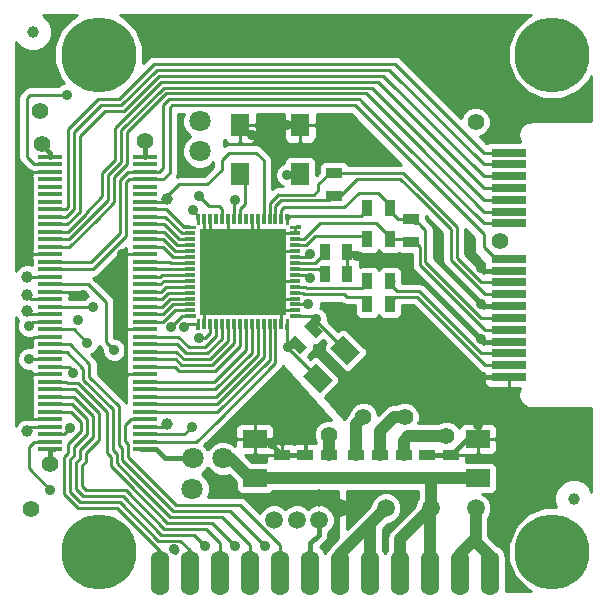
<source format=gtl>
%FSLAX46Y46*%
G04 Gerber Fmt 4.6, Leading zero omitted, Abs format (unit mm)*
G04 Created by KiCad (PCBNEW (2014-08-05 BZR 5054)-product) date Sun 24 May 2015 10:10:41 AM PDT*
%MOMM*%
G01*
G04 APERTURE LIST*
%ADD10C,0.100000*%
%ADD11R,3.000000X0.700000*%
%ADD12R,0.914400X0.304800*%
%ADD13R,0.304800X0.914400*%
%ADD14R,7.239000X7.239000*%
%ADD15R,0.889000X1.397000*%
%ADD16R,1.550000X1.950000*%
%ADD17R,2.000000X0.400000*%
%ADD18R,1.397000X0.889000*%
%ADD19C,1.501140*%
%ADD20C,6.350000*%
%ADD21R,2.032000X1.524000*%
%ADD22C,1.000000*%
%ADD23C,1.800000*%
%ADD24O,1.600000X3.800000*%
%ADD25C,5.000000*%
%ADD26C,1.397000*%
%ADD27C,0.889000*%
%ADD28C,1.000000*%
%ADD29C,0.250000*%
%ADD30C,0.400000*%
%ADD31C,0.254000*%
G04 APERTURE END LIST*
D10*
D11*
X42300000Y-31200000D03*
X42300000Y-30200000D03*
X42300000Y-29200000D03*
X42300000Y-28200000D03*
X42300000Y-27200000D03*
X42300000Y-26200000D03*
X42300000Y-25200000D03*
X42300000Y-24200000D03*
X42300000Y-23200000D03*
X42300000Y-22200000D03*
X42300000Y-21200000D03*
X42300000Y-18200000D03*
X42300000Y-17200000D03*
X42300000Y-16200000D03*
X42300000Y-15200000D03*
X42300000Y-14200000D03*
X42300000Y-13200000D03*
X42300000Y-12200000D03*
D10*
G36*
X14900704Y-18370445D02*
X15814616Y-18406401D01*
X15809645Y-18691158D01*
X14895035Y-18695196D01*
X14900704Y-18370445D01*
X14900704Y-18370445D01*
G37*
D12*
X15355000Y-19048800D03*
X15355000Y-19556800D03*
X15355000Y-20039400D03*
X15355000Y-20547400D03*
X15355000Y-21055400D03*
X15355000Y-21538000D03*
X15355000Y-22046000D03*
X15355000Y-22554000D03*
X15355000Y-23062000D03*
X15355000Y-23544600D03*
X15355000Y-24052600D03*
X15355000Y-24560600D03*
X15355000Y-25043200D03*
X15355000Y-25551200D03*
D10*
G36*
X14895035Y-25904804D02*
X15809645Y-25908842D01*
X15814616Y-26193599D01*
X14900704Y-26229555D01*
X14895035Y-25904804D01*
X14895035Y-25904804D01*
G37*
G36*
X16191158Y-26290355D02*
X16195196Y-27204965D01*
X15870445Y-27199296D01*
X15906401Y-26285384D01*
X16191158Y-26290355D01*
X16191158Y-26290355D01*
G37*
D13*
X16548800Y-26745000D03*
X17056800Y-26745000D03*
X17539400Y-26745000D03*
X18047400Y-26745000D03*
X18555400Y-26745000D03*
X19038000Y-26745000D03*
X19546000Y-26745000D03*
X20054000Y-26745000D03*
X20562000Y-26745000D03*
X21044600Y-26745000D03*
X21552600Y-26745000D03*
X22060600Y-26745000D03*
X22543200Y-26745000D03*
X23051200Y-26745000D03*
D10*
G36*
X23693599Y-26285384D02*
X23729555Y-27199296D01*
X23404804Y-27204965D01*
X23408842Y-26290355D01*
X23693599Y-26285384D01*
X23693599Y-26285384D01*
G37*
G36*
X23790355Y-25908842D02*
X24704965Y-25904804D01*
X24699296Y-26229555D01*
X23785384Y-26193599D01*
X23790355Y-25908842D01*
X23790355Y-25908842D01*
G37*
D12*
X24245000Y-25551200D03*
X24245000Y-25043200D03*
X24245000Y-24560600D03*
X24245000Y-24052600D03*
X24245000Y-23544600D03*
X24245000Y-23062000D03*
X24245000Y-22554000D03*
X24245000Y-22046000D03*
X24245000Y-21538000D03*
X24245000Y-21055400D03*
X24245000Y-20547400D03*
X24245000Y-20039400D03*
X24245000Y-19556800D03*
X24245000Y-19048800D03*
D10*
G36*
X23785384Y-18406401D02*
X24699296Y-18370445D01*
X24704965Y-18695196D01*
X23790355Y-18691158D01*
X23785384Y-18406401D01*
X23785384Y-18406401D01*
G37*
G36*
X23729555Y-17400704D02*
X23693599Y-18314616D01*
X23408842Y-18309645D01*
X23404804Y-17395035D01*
X23729555Y-17400704D01*
X23729555Y-17400704D01*
G37*
D13*
X23051200Y-17855000D03*
X22543200Y-17855000D03*
X22060600Y-17855000D03*
X21552600Y-17855000D03*
X21044600Y-17855000D03*
X20562000Y-17855000D03*
X20054000Y-17855000D03*
X19546000Y-17855000D03*
X19038000Y-17855000D03*
X18555400Y-17855000D03*
X18047400Y-17855000D03*
X17539400Y-17855000D03*
X17056800Y-17855000D03*
X16548800Y-17855000D03*
D10*
G36*
X16195196Y-17395035D02*
X16191158Y-18309645D01*
X15906401Y-18314616D01*
X15870445Y-17400704D01*
X16195196Y-17395035D01*
X16195196Y-17395035D01*
G37*
D14*
X19800000Y-22300000D03*
D15*
X26747500Y-20600000D03*
X28652500Y-20600000D03*
D10*
G36*
X25593914Y-26318258D02*
X26581742Y-27306086D01*
X25953124Y-27934704D01*
X24965296Y-26946876D01*
X25593914Y-26318258D01*
X25593914Y-26318258D01*
G37*
G36*
X24246876Y-27665296D02*
X25234704Y-28653124D01*
X24606086Y-29281742D01*
X23618258Y-28293914D01*
X24246876Y-27665296D01*
X24246876Y-27665296D01*
G37*
G36*
X28287828Y-27675331D02*
X29724669Y-29112172D01*
X28647038Y-30189803D01*
X27210197Y-28752962D01*
X28287828Y-27675331D01*
X28287828Y-27675331D01*
G37*
G36*
X25952962Y-30010197D02*
X27389803Y-31447038D01*
X26312172Y-32524669D01*
X24875331Y-31087828D01*
X25952962Y-30010197D01*
X25952962Y-30010197D01*
G37*
D16*
X24640000Y-9850000D03*
X19560000Y-9850000D03*
X19560000Y-14050000D03*
X24640000Y-14050000D03*
D15*
X28652500Y-22450000D03*
X26747500Y-22450000D03*
D17*
X3500000Y-12567500D03*
X11500000Y-12567500D03*
X3500000Y-13202500D03*
X11500000Y-13202500D03*
X3500000Y-13837500D03*
X11500000Y-13837500D03*
X3500000Y-14472500D03*
X11500000Y-14472500D03*
X3500000Y-15107500D03*
X11500000Y-15107500D03*
X3500000Y-15742500D03*
X11500000Y-15742500D03*
X3500000Y-16377500D03*
X11500000Y-16377500D03*
X3500000Y-17012500D03*
X11500000Y-17012500D03*
X3500000Y-17647500D03*
X11500000Y-17647500D03*
X3500000Y-18282500D03*
X11500000Y-18282500D03*
X3500000Y-18917500D03*
X11500000Y-18917500D03*
X3500000Y-19552500D03*
X11500000Y-19552500D03*
X3500000Y-20187500D03*
X11500000Y-20187500D03*
X3500000Y-20822500D03*
X11500000Y-20822500D03*
X3500000Y-21457500D03*
X11500000Y-21457500D03*
X3500000Y-22092500D03*
X11500000Y-22092500D03*
X3500000Y-22727500D03*
X11500000Y-22727500D03*
X3500000Y-23362500D03*
X11500000Y-23362500D03*
X3500000Y-23997500D03*
X11500000Y-23997500D03*
X3500000Y-24632500D03*
X11500000Y-24632500D03*
X3500000Y-25267500D03*
X11500000Y-25267500D03*
X3500000Y-25902500D03*
X11500000Y-25902500D03*
X3500000Y-26537500D03*
X11500000Y-26537500D03*
X3500000Y-27172500D03*
X11500000Y-27172500D03*
X3500000Y-27807500D03*
X11500000Y-27807500D03*
X3500000Y-28442500D03*
X11500000Y-28442500D03*
X3500000Y-29077500D03*
X11500000Y-29077500D03*
X3500000Y-29712500D03*
X11500000Y-29712500D03*
X3500000Y-30347500D03*
X11500000Y-30347500D03*
X3500000Y-30982500D03*
X11500000Y-30982500D03*
X3500000Y-31617500D03*
X11500000Y-31617500D03*
X3500000Y-32252500D03*
X11500000Y-32252500D03*
X3500000Y-32887500D03*
X11500000Y-32887500D03*
X3500000Y-33522500D03*
X11500000Y-33522500D03*
X3500000Y-34157500D03*
X11500000Y-34157500D03*
X3500000Y-34792500D03*
X11500000Y-34792500D03*
X3500000Y-35427500D03*
X11500000Y-35427500D03*
X3500000Y-36062500D03*
X11500000Y-36062500D03*
X3500000Y-36697500D03*
X11500000Y-36697500D03*
X3500000Y-37332500D03*
X11500000Y-37332500D03*
D15*
X32252500Y-25000000D03*
X30347500Y-25000000D03*
X32252500Y-23100000D03*
X30347500Y-23100000D03*
D18*
X29400000Y-39752500D03*
X29400000Y-37847500D03*
X31400000Y-39752500D03*
X31400000Y-37847500D03*
X33400000Y-39752500D03*
X33400000Y-37847500D03*
X27100000Y-39752500D03*
X27100000Y-37847500D03*
D15*
X32252500Y-16900000D03*
X30347500Y-16900000D03*
X32252500Y-19500000D03*
X30347500Y-19500000D03*
D19*
X28100000Y-42300000D03*
X35700000Y-42300000D03*
X31900000Y-42300000D03*
X39500000Y-42300000D03*
D20*
X7600000Y-46000000D03*
X7600000Y-3900000D03*
X46000000Y-3900000D03*
X46000000Y-46000000D03*
D18*
X35400000Y-39752500D03*
X35400000Y-37847500D03*
X25100000Y-39752500D03*
X25100000Y-37847500D03*
X37400000Y-39752500D03*
X37400000Y-37847500D03*
X23100000Y-39752500D03*
X23100000Y-37847500D03*
D21*
X39700000Y-39751000D03*
X39700000Y-36449000D03*
X20800000Y-39751000D03*
X20800000Y-36449000D03*
D18*
X34000000Y-17847500D03*
X34000000Y-19752500D03*
D22*
X13400000Y-16100000D03*
D18*
X27500000Y-13947500D03*
X27500000Y-15852500D03*
D23*
X18050000Y-40650000D03*
X15510000Y-40650000D03*
X15550000Y-38100000D03*
X18090000Y-38100000D03*
X16150000Y-12100000D03*
X16150000Y-9560000D03*
D22*
X13400000Y-35150000D03*
X1550000Y-22700000D03*
X1550000Y-24300000D03*
X1550000Y-25650000D03*
X1550000Y-35800000D03*
D24*
X25500000Y-47800000D03*
X22960000Y-47800000D03*
X20420000Y-47800000D03*
X17880000Y-47800000D03*
X15340000Y-47800000D03*
X12800000Y-47800000D03*
D19*
X22450000Y-43300000D03*
X24350000Y-43300000D03*
X26250000Y-43300000D03*
D24*
X40740000Y-47800000D03*
X38200000Y-47800000D03*
X35660000Y-47800000D03*
X33120000Y-47800000D03*
X30580000Y-47800000D03*
X28040000Y-47800000D03*
D22*
X47800000Y-41500000D03*
X2000000Y-2000000D03*
D19*
X26250000Y-41450000D03*
D25*
X19800000Y-22300000D03*
D26*
X30000000Y-34600000D03*
D27*
X25350000Y-25050000D03*
X25500000Y-22850000D03*
D26*
X33500000Y-34600000D03*
D27*
X25500000Y-20750000D03*
D26*
X37000000Y-36200000D03*
D27*
X19100000Y-16200000D03*
X23550000Y-14100000D03*
X4900000Y-7300000D03*
D26*
X39500000Y-9600000D03*
X27100000Y-36100000D03*
D27*
X16100000Y-15852500D03*
X15600000Y-17100000D03*
X14800000Y-27000000D03*
X5800000Y-26400000D03*
X1700000Y-28200000D03*
X6300000Y-24250000D03*
X1700000Y-34450000D03*
X35500000Y-5400000D03*
X41700000Y-37500000D03*
X39500000Y-5400000D03*
X1700000Y-14000000D03*
X1675000Y-20825000D03*
X1700000Y-31100000D03*
X39700000Y-35300000D03*
X22300000Y-36900000D03*
X40000000Y-22000000D03*
X40000000Y-25000000D03*
X40000000Y-28000000D03*
X40000000Y-31200000D03*
X29500000Y-21000000D03*
X16900000Y-19400000D03*
X19100000Y-19400000D03*
X21400000Y-19400000D03*
X22900000Y-19400000D03*
X16900000Y-25200000D03*
X19100000Y-25200000D03*
X21400000Y-25200000D03*
X22900000Y-25200000D03*
X22900000Y-23500000D03*
X22900000Y-21300000D03*
X16900000Y-21300000D03*
X16900000Y-23500000D03*
X26200000Y-28900000D03*
X28050000Y-25650000D03*
X23550000Y-9900000D03*
X9600000Y-20800000D03*
X9700000Y-31000000D03*
X9500000Y-26100000D03*
X14000000Y-45800000D03*
D26*
X41500000Y-10500000D03*
X29700000Y-42300000D03*
D27*
X16150000Y-13950000D03*
X20550000Y-10700000D03*
X26000000Y-26300000D03*
X23600000Y-28700000D03*
D26*
X3500000Y-38600000D03*
D27*
X16600000Y-45500000D03*
X19150000Y-45500000D03*
X21650000Y-45500000D03*
X7100000Y-25300000D03*
X8900000Y-28900000D03*
X15450000Y-35450000D03*
X5200000Y-35500000D03*
X13700000Y-27000000D03*
D26*
X1900000Y-42400000D03*
X2650000Y-8700000D03*
X41550000Y-19700000D03*
D27*
X16050000Y-27900000D03*
D26*
X2800000Y-11500000D03*
X11500000Y-11200000D03*
D27*
X1700000Y-26900000D03*
X6600000Y-28300000D03*
X1700000Y-29700000D03*
X5400000Y-30900000D03*
X3500000Y-40750000D03*
D28*
X29400000Y-37847500D02*
X29400000Y-35200000D01*
X29400000Y-35200000D02*
X30000000Y-34600000D01*
D29*
X25343200Y-25043200D02*
X25350000Y-25050000D01*
X25154000Y-22554000D02*
X25500000Y-22850000D01*
X24245000Y-22554000D02*
X25154000Y-22554000D01*
X25343200Y-25043200D02*
X25350000Y-25050000D01*
X24245000Y-25043200D02*
X25343200Y-25043200D01*
D28*
X31400000Y-37847500D02*
X31400000Y-35800000D01*
X32600000Y-34600000D02*
X33500000Y-34600000D01*
X31400000Y-35800000D02*
X32600000Y-34600000D01*
D29*
X25194600Y-21055400D02*
X25500000Y-20750000D01*
X24245000Y-21055400D02*
X25194600Y-21055400D01*
D28*
X33400000Y-37847500D02*
X33400000Y-36600000D01*
X33800000Y-36200000D02*
X37000000Y-36200000D01*
X33400000Y-36600000D02*
X33800000Y-36200000D01*
D29*
X19038000Y-16262000D02*
X19100000Y-16200000D01*
X19038000Y-16262000D02*
X19100000Y-16200000D01*
X19038000Y-17855000D02*
X19038000Y-16262000D01*
X23600000Y-14050000D02*
X23550000Y-14100000D01*
X24640000Y-14050000D02*
X23600000Y-14050000D01*
X2102500Y-13202500D02*
X1500000Y-12600000D01*
X1500000Y-12600000D02*
X1500000Y-7600000D01*
X1500000Y-7600000D02*
X1800000Y-7300000D01*
X4900000Y-7300000D02*
X1800000Y-7300000D01*
X2102500Y-13202500D02*
X3500000Y-13202500D01*
D28*
X27100000Y-37847500D02*
X27100000Y-36100000D01*
D29*
X18047400Y-16947400D02*
X17800000Y-16700000D01*
X16947500Y-16700000D02*
X17800000Y-16700000D01*
X16947500Y-16700000D02*
X16100000Y-15852500D01*
X18047400Y-17855000D02*
X18047400Y-16947400D01*
X16040800Y-17540800D02*
X15600000Y-17100000D01*
X16040800Y-17855000D02*
X16040800Y-17540800D01*
X15055000Y-26745000D02*
X14800000Y-27000000D01*
X16040800Y-26745000D02*
X15055000Y-26745000D01*
X3500000Y-27807500D02*
X2092500Y-27807500D01*
X2092500Y-27807500D02*
X1700000Y-28200000D01*
X6047500Y-23997500D02*
X3500000Y-23997500D01*
X6300000Y-24250000D02*
X6047500Y-23997500D01*
X3500000Y-34792500D02*
X2042500Y-34792500D01*
X2042500Y-34792500D02*
X1700000Y-34450000D01*
X24245000Y-19048800D02*
X23051200Y-19048800D01*
X23051200Y-19048800D02*
X19800000Y-22300000D01*
D30*
X42300000Y-28200000D02*
X40200000Y-28200000D01*
X40200000Y-28200000D02*
X40000000Y-28000000D01*
X42300000Y-25200000D02*
X40200000Y-25200000D01*
X40200000Y-25200000D02*
X40000000Y-25000000D01*
X42300000Y-22200000D02*
X40200000Y-22200000D01*
X40200000Y-22200000D02*
X40000000Y-22000000D01*
D29*
X3500000Y-13837500D02*
X1862500Y-13837500D01*
X1862500Y-13837500D02*
X1700000Y-14000000D01*
X1677500Y-20822500D02*
X1675000Y-20825000D01*
X3500000Y-20822500D02*
X1677500Y-20822500D01*
X1817500Y-30982500D02*
X3500000Y-30982500D01*
X1817500Y-30982500D02*
X1700000Y-31100000D01*
D30*
X39700000Y-36449000D02*
X39700000Y-35300000D01*
X22326250Y-37073750D02*
X22326250Y-36926250D01*
X22326250Y-36926250D02*
X22300000Y-36900000D01*
X35400000Y-37847500D02*
X37400000Y-37847500D01*
X37400000Y-37847500D02*
X38798500Y-36449000D01*
X38798500Y-36449000D02*
X39700000Y-36449000D01*
X25100000Y-37847500D02*
X23100000Y-37847500D01*
X23100000Y-37847500D02*
X22326250Y-37073750D01*
X22326250Y-37073750D02*
X21701500Y-36449000D01*
X21701500Y-36449000D02*
X20800000Y-36449000D01*
D29*
X40200000Y-22200000D02*
X40000000Y-22000000D01*
X40200000Y-25200000D02*
X40000000Y-25000000D01*
X40200000Y-28200000D02*
X40000000Y-28000000D01*
D30*
X40000000Y-31200000D02*
X42300000Y-31200000D01*
D29*
X29100000Y-20600000D02*
X29500000Y-21000000D01*
X29100000Y-20600000D02*
X28652500Y-20600000D01*
X21552600Y-20547400D02*
X19800000Y-22300000D01*
X21044600Y-17855000D02*
X21044600Y-21055400D01*
X21044600Y-21055400D02*
X19800000Y-22300000D01*
X17056800Y-17855000D02*
X17056800Y-19556800D01*
X17056800Y-19556800D02*
X19800000Y-22300000D01*
X9800000Y-27500000D02*
X9800000Y-30750000D01*
X16900000Y-19400000D02*
X19800000Y-22300000D01*
X19100000Y-19400000D02*
X19800000Y-20100000D01*
X19800000Y-20100000D02*
X19800000Y-22300000D01*
X21400000Y-19400000D02*
X19800000Y-21000000D01*
X19800000Y-21000000D02*
X19800000Y-22300000D01*
X20000000Y-22300000D02*
X19800000Y-22300000D01*
X22900000Y-19400000D02*
X20000000Y-22300000D01*
X16900000Y-25200000D02*
X19800000Y-22300000D01*
X19100000Y-25200000D02*
X19800000Y-24500000D01*
X19800000Y-24500000D02*
X19800000Y-22300000D01*
X21400000Y-25200000D02*
X19800000Y-23600000D01*
X19800000Y-23600000D02*
X19800000Y-22300000D01*
X20000000Y-22300000D02*
X19800000Y-22300000D01*
X22900000Y-25200000D02*
X20000000Y-22300000D01*
X20200000Y-22300000D02*
X19800000Y-22300000D01*
X21700000Y-22300000D02*
X19800000Y-22300000D01*
X22900000Y-23500000D02*
X21700000Y-22300000D01*
X21900000Y-22300000D02*
X19800000Y-22300000D01*
X22900000Y-21300000D02*
X21900000Y-22300000D01*
X20400000Y-22300000D02*
X19800000Y-22300000D01*
X19800000Y-22000000D02*
X19800000Y-22300000D01*
X17900000Y-22300000D02*
X19800000Y-22300000D01*
X16900000Y-21300000D02*
X17900000Y-22300000D01*
X19800000Y-22800000D02*
X19800000Y-22300000D01*
X18100000Y-22300000D02*
X19800000Y-22300000D01*
X16900000Y-23500000D02*
X18100000Y-22300000D01*
X16548800Y-19048800D02*
X19800000Y-22300000D01*
X16548800Y-17855000D02*
X16548800Y-19048800D01*
X18555400Y-21055400D02*
X19800000Y-22300000D01*
X20562000Y-21538000D02*
X19800000Y-22300000D01*
X23100000Y-19000000D02*
X19800000Y-22300000D01*
X24245000Y-19048800D02*
X24196200Y-19000000D01*
X24245000Y-18540800D02*
X24245000Y-19048800D01*
X21552600Y-20547400D02*
X19800000Y-22300000D01*
X24245000Y-20547400D02*
X21552600Y-20547400D01*
X20562000Y-23062000D02*
X19800000Y-22300000D01*
X23051200Y-25551200D02*
X19800000Y-22300000D01*
X23051200Y-25551200D02*
X19800000Y-22300000D01*
X23051200Y-26745000D02*
X23051200Y-25551200D01*
X16548800Y-25551200D02*
X19800000Y-22300000D01*
X16548800Y-26745000D02*
X16548800Y-25551200D01*
X19600000Y-9890000D02*
X19560000Y-9850000D01*
X23600000Y-9850000D02*
X23550000Y-9900000D01*
X24640000Y-9850000D02*
X23600000Y-9850000D01*
X23051200Y-25551200D02*
X19800000Y-22300000D01*
X24245000Y-25551200D02*
X23051200Y-25551200D01*
X20562000Y-23062000D02*
X19800000Y-22300000D01*
X24245000Y-23062000D02*
X20562000Y-23062000D01*
X20562000Y-21538000D02*
X19800000Y-22300000D01*
X20562000Y-17855000D02*
X20562000Y-21538000D01*
X18555400Y-21055400D02*
X19800000Y-22300000D01*
X18555400Y-17855000D02*
X18555400Y-21055400D01*
X22060600Y-24560600D02*
X19800000Y-22300000D01*
X24245000Y-24560600D02*
X22060600Y-24560600D01*
X9622500Y-20822500D02*
X9600000Y-20800000D01*
X11500000Y-20822500D02*
X9622500Y-20822500D01*
X9700000Y-30800000D02*
X9800000Y-30700000D01*
X9800000Y-30700000D02*
X9700000Y-31000000D01*
X11500000Y-30982500D02*
X9717500Y-30982500D01*
X9717500Y-30982500D02*
X9700000Y-31000000D01*
X9700000Y-31000000D02*
X9700000Y-30800000D01*
X9800000Y-26400000D02*
X9500000Y-26100000D01*
X9800000Y-27172500D02*
X9800000Y-26400000D01*
X9800000Y-27500000D02*
X9800000Y-27172500D01*
X10127500Y-27172500D02*
X11500000Y-27172500D01*
X9800000Y-27172500D02*
X10127500Y-27172500D01*
X28652500Y-20600000D02*
X28652500Y-22450000D01*
D30*
X28100000Y-42300000D02*
X27700000Y-42300000D01*
D28*
X27250000Y-41450000D02*
X28100000Y-42300000D01*
X26250000Y-41450000D02*
X27250000Y-41450000D01*
X29700000Y-42300000D02*
X28100000Y-42300000D01*
D29*
X19700000Y-9850000D02*
X19560000Y-9850000D01*
X20550000Y-10700000D02*
X19700000Y-9850000D01*
X26000000Y-26900000D02*
X25773519Y-27126481D01*
X26000000Y-26300000D02*
X26000000Y-26900000D01*
X26000000Y-26465134D02*
X28467433Y-28932567D01*
X25759200Y-26059200D02*
X26000000Y-26300000D01*
X26000000Y-26300000D02*
X26000000Y-26465134D01*
X24245000Y-26059200D02*
X25759200Y-26059200D01*
X23559200Y-28659200D02*
X23600000Y-28700000D01*
X23600000Y-28700000D02*
X23600000Y-28734866D01*
X23559200Y-26745000D02*
X23559200Y-28659200D01*
X24200000Y-28700000D02*
X24426481Y-28473519D01*
X23600000Y-28700000D02*
X24200000Y-28700000D01*
X23600000Y-28734866D02*
X26132567Y-31267433D01*
D30*
X15550000Y-38100000D02*
X13200000Y-38100000D01*
X13200000Y-38100000D02*
X12432500Y-37332500D01*
X11500000Y-37332500D02*
X12432500Y-37332500D01*
X3500000Y-37332500D02*
X3500000Y-38600000D01*
D29*
X3317500Y-37332500D02*
X3500000Y-37332500D01*
D30*
X3500000Y-37332500D02*
X3832500Y-37332500D01*
X11500000Y-37332500D02*
X11167500Y-37332500D01*
D29*
X22060600Y-29439400D02*
X22060600Y-29739400D01*
X11500000Y-34157500D02*
X17342500Y-34157500D01*
X22060600Y-29439400D02*
X22060600Y-26745000D01*
X17642500Y-34157500D02*
X17342500Y-34157500D01*
X22060600Y-29739400D02*
X17642500Y-34157500D01*
X5800000Y-42300000D02*
X9150000Y-42300000D01*
X4650000Y-41150000D02*
X5800000Y-42300000D01*
X5000000Y-36900000D02*
X5000000Y-37600000D01*
X5257500Y-34157500D02*
X6100000Y-35000000D01*
X6100000Y-35000000D02*
X6100000Y-35800000D01*
X6100000Y-35800000D02*
X5000000Y-36900000D01*
X3500000Y-34157500D02*
X5257500Y-34157500D01*
X4650000Y-37950000D02*
X4650000Y-40750000D01*
X5000000Y-37600000D02*
X4650000Y-37950000D01*
X4650000Y-40750000D02*
X4650000Y-41150000D01*
X12800000Y-45950000D02*
X9150000Y-42300000D01*
X12800000Y-47800000D02*
X12800000Y-45950000D01*
X21552600Y-29500000D02*
X21552600Y-29547400D01*
X21552600Y-29547400D02*
X17577500Y-33522500D01*
X17577500Y-33522500D02*
X17000000Y-33522500D01*
X21552600Y-29097400D02*
X21552600Y-29500000D01*
X21552600Y-26745000D02*
X21552600Y-29097400D01*
X17127500Y-33522500D02*
X17000000Y-33522500D01*
X17000000Y-33522500D02*
X11500000Y-33522500D01*
X14500000Y-45050000D02*
X15340000Y-45890000D01*
X15340000Y-45890000D02*
X15340000Y-47800000D01*
X5150000Y-40900000D02*
X6050000Y-41800000D01*
X5500000Y-37100000D02*
X5500000Y-37850000D01*
X5372500Y-33522500D02*
X6600000Y-34750000D01*
X6600000Y-34750000D02*
X6600000Y-36000000D01*
X6600000Y-36000000D02*
X5500000Y-37100000D01*
X3500000Y-33522500D02*
X5372500Y-33522500D01*
X5150000Y-38200000D02*
X5150000Y-40750000D01*
X5500000Y-37850000D02*
X5150000Y-38200000D01*
X5150000Y-40750000D02*
X5150000Y-40900000D01*
X6050000Y-41800000D02*
X9400000Y-41800000D01*
X9400000Y-41800000D02*
X12650000Y-45050000D01*
X12650000Y-45050000D02*
X14500000Y-45050000D01*
X21044600Y-28800000D02*
X21044600Y-29355400D01*
X16962500Y-32887500D02*
X11500000Y-32887500D01*
X17512500Y-32887500D02*
X16962500Y-32887500D01*
X21044600Y-29355400D02*
X17512500Y-32887500D01*
X21044600Y-26745000D02*
X21044600Y-28800000D01*
X21044600Y-28800000D02*
X21044600Y-28805400D01*
X11512500Y-32900000D02*
X11500000Y-32887500D01*
X15650000Y-44550000D02*
X16600000Y-45500000D01*
X9650000Y-41300000D02*
X12900000Y-44550000D01*
X5650000Y-38450000D02*
X5650000Y-40650000D01*
X6300000Y-41300000D02*
X8300000Y-41300000D01*
X5650000Y-40650000D02*
X6300000Y-41300000D01*
X8300000Y-41300000D02*
X9650000Y-41300000D01*
X14300000Y-44550000D02*
X12900000Y-44550000D01*
X6000000Y-38100000D02*
X5650000Y-38450000D01*
X7100000Y-36250000D02*
X7100000Y-34500000D01*
X7100000Y-36250000D02*
X6000000Y-37350000D01*
X3500000Y-32887500D02*
X5287500Y-32887500D01*
X5487500Y-32887500D02*
X5287500Y-32887500D01*
X7100000Y-34500000D02*
X5487500Y-32887500D01*
X6000000Y-37350000D02*
X6000000Y-38100000D01*
X14300000Y-44550000D02*
X15650000Y-44550000D01*
X20562000Y-28488000D02*
X20562000Y-29138000D01*
X11500000Y-32252500D02*
X16797500Y-32252500D01*
X20562000Y-28488000D02*
X20562000Y-26745000D01*
X17447500Y-32252500D02*
X16797500Y-32252500D01*
X20562000Y-29138000D02*
X17447500Y-32252500D01*
X16650000Y-44050000D02*
X17880000Y-45280000D01*
X17880000Y-45280000D02*
X17880000Y-47800000D01*
X9900000Y-40800000D02*
X13150000Y-44050000D01*
X6550000Y-40800000D02*
X7750000Y-40800000D01*
X7750000Y-40800000D02*
X9900000Y-40800000D01*
X13150000Y-44050000D02*
X15000000Y-44050000D01*
X6150000Y-38700000D02*
X6150000Y-40400000D01*
X6500000Y-38350000D02*
X6150000Y-38700000D01*
X7600000Y-36500000D02*
X7600000Y-34250000D01*
X6500000Y-37600000D02*
X7600000Y-36500000D01*
X3500000Y-32252500D02*
X5602500Y-32252500D01*
X7600000Y-34250000D02*
X5602500Y-32252500D01*
X6500000Y-37600000D02*
X6500000Y-38350000D01*
X6150000Y-40400000D02*
X6550000Y-40800000D01*
X15000000Y-44050000D02*
X16650000Y-44050000D01*
X20054000Y-28246000D02*
X20054000Y-28946000D01*
X11500000Y-31617500D02*
X16682500Y-31617500D01*
X20054000Y-28246000D02*
X20054000Y-26745000D01*
X17382500Y-31617500D02*
X16682500Y-31617500D01*
X20054000Y-28946000D02*
X17382500Y-31617500D01*
X11517500Y-31600000D02*
X11500000Y-31617500D01*
X8300000Y-34200000D02*
X5850000Y-31750000D01*
X4817500Y-31617500D02*
X3500000Y-31617500D01*
X4817500Y-31617500D02*
X4950000Y-31750000D01*
X4950000Y-31750000D02*
X5850000Y-31750000D01*
X8300000Y-34200000D02*
X8300000Y-36650000D01*
X8600000Y-37950000D02*
X8600000Y-38750000D01*
X8300000Y-37650000D02*
X8600000Y-37950000D01*
X8300000Y-36650000D02*
X8300000Y-37650000D01*
X10150000Y-40300000D02*
X8600000Y-38750000D01*
X10150000Y-40300000D02*
X10150000Y-40300000D01*
X17200000Y-43550000D02*
X19150000Y-45500000D01*
X10150000Y-40300000D02*
X13400000Y-43550000D01*
X16200000Y-43550000D02*
X13400000Y-43550000D01*
X16200000Y-43550000D02*
X17200000Y-43550000D01*
X19546000Y-26745000D02*
X19546000Y-28554000D01*
X14047500Y-30347500D02*
X11500000Y-30347500D01*
X14400000Y-30700000D02*
X14047500Y-30347500D01*
X17400000Y-30700000D02*
X14400000Y-30700000D01*
X19546000Y-28554000D02*
X17400000Y-30700000D01*
X19038000Y-26745000D02*
X19038000Y-28362000D01*
X14112500Y-29712500D02*
X11500000Y-29712500D01*
X14600000Y-30200000D02*
X14112500Y-29712500D01*
X17200000Y-30200000D02*
X14600000Y-30200000D01*
X19038000Y-28362000D02*
X17200000Y-30200000D01*
X18555400Y-26745000D02*
X18555400Y-28144600D01*
X14177500Y-29077500D02*
X11500000Y-29077500D01*
X14800000Y-29700000D02*
X14177500Y-29077500D01*
X17000000Y-29700000D02*
X14800000Y-29700000D01*
X18555400Y-28144600D02*
X17000000Y-29700000D01*
X6300000Y-31450000D02*
X6300000Y-30500000D01*
X3500000Y-29077500D02*
X4877500Y-29077500D01*
X4877500Y-29077500D02*
X6300000Y-30500000D01*
X10400000Y-39800000D02*
X10400000Y-39800000D01*
X9100000Y-38500000D02*
X10400000Y-39800000D01*
X9100000Y-37700000D02*
X9100000Y-38500000D01*
X8800000Y-37400000D02*
X9100000Y-37700000D01*
X8800000Y-36650000D02*
X8800000Y-33950000D01*
X8800000Y-33950000D02*
X6300000Y-31450000D01*
X8800000Y-36650000D02*
X8800000Y-37400000D01*
X13650000Y-43050000D02*
X10400000Y-39800000D01*
X18050000Y-43050000D02*
X13650000Y-43050000D01*
X20420000Y-45420000D02*
X18050000Y-43050000D01*
X20420000Y-47800000D02*
X20420000Y-45420000D01*
X18047400Y-26745000D02*
X18047400Y-27952600D01*
X14242500Y-28442500D02*
X11500000Y-28442500D01*
X15000000Y-29200000D02*
X14242500Y-28442500D01*
X16800000Y-29200000D02*
X15000000Y-29200000D01*
X18047400Y-27952600D02*
X16800000Y-29200000D01*
X22543200Y-30000000D02*
X22543200Y-30006800D01*
X22543200Y-30006800D02*
X17650000Y-34900000D01*
X13700000Y-36697500D02*
X15852500Y-36697500D01*
X17650000Y-34900000D02*
X17650000Y-34900000D01*
X15852500Y-36697500D02*
X17650000Y-34900000D01*
X13700000Y-36697500D02*
X11500000Y-36697500D01*
X22543200Y-26745000D02*
X22543200Y-30000000D01*
X22543200Y-30000000D02*
X22543200Y-30006800D01*
X18700000Y-42550000D02*
X21650000Y-45500000D01*
X18600000Y-42550000D02*
X16200000Y-42550000D01*
X11200000Y-39850000D02*
X13900000Y-42550000D01*
X9600000Y-38250000D02*
X11200000Y-39850000D01*
X9300000Y-36650000D02*
X9300000Y-36950000D01*
X3500000Y-28442500D02*
X5142500Y-28442500D01*
X6800000Y-30100000D02*
X6800000Y-30900000D01*
X5142500Y-28442500D02*
X6800000Y-30100000D01*
X6800000Y-30900000D02*
X6800000Y-31200000D01*
X9300000Y-36650000D02*
X9300000Y-33700000D01*
X9300000Y-33700000D02*
X6800000Y-31200000D01*
X9300000Y-36950000D02*
X9600000Y-37250000D01*
X9600000Y-37250000D02*
X9600000Y-38250000D01*
X13900000Y-42550000D02*
X16200000Y-42550000D01*
X18600000Y-42550000D02*
X18700000Y-42550000D01*
X17539400Y-26745000D02*
X17539400Y-27760600D01*
X14307500Y-27807500D02*
X11500000Y-27807500D01*
X15200000Y-28700000D02*
X14307500Y-27807500D01*
X16600000Y-28700000D02*
X15200000Y-28700000D01*
X17539400Y-27760600D02*
X16600000Y-28700000D01*
X13062500Y-26537500D02*
X14048800Y-25551200D01*
X14048800Y-25551200D02*
X15355000Y-25551200D01*
X11500000Y-26537500D02*
X13062500Y-26537500D01*
X12997500Y-25902500D02*
X13856800Y-25043200D01*
X13856800Y-25043200D02*
X15355000Y-25043200D01*
X11500000Y-25902500D02*
X12997500Y-25902500D01*
X3500000Y-25902500D02*
X1802500Y-25902500D01*
X1802500Y-25902500D02*
X1550000Y-25650000D01*
X12957500Y-25267500D02*
X13664400Y-24560600D01*
X13664400Y-24560600D02*
X15355000Y-24560600D01*
X11500000Y-25267500D02*
X12957500Y-25267500D01*
X3500000Y-25267500D02*
X7067500Y-25267500D01*
X7067500Y-25267500D02*
X7100000Y-25300000D01*
X12917500Y-24632500D02*
X13497400Y-24052600D01*
X13497400Y-24052600D02*
X15355000Y-24052600D01*
X11500000Y-24632500D02*
X12917500Y-24632500D01*
X3500000Y-24632500D02*
X1882500Y-24632500D01*
X1882500Y-24632500D02*
X1550000Y-24300000D01*
X12877500Y-23997500D02*
X13330400Y-23544600D01*
X13330400Y-23544600D02*
X15355000Y-23544600D01*
X11500000Y-23997500D02*
X12877500Y-23997500D01*
X12812500Y-23362500D02*
X13113000Y-23062000D01*
X13113000Y-23062000D02*
X15355000Y-23062000D01*
X11500000Y-23362500D02*
X12812500Y-23362500D01*
X8200000Y-26300000D02*
X8200000Y-24850000D01*
X3500000Y-23362500D02*
X5262500Y-23362500D01*
X8200000Y-26300000D02*
X8200000Y-28200000D01*
X8200000Y-28200000D02*
X8900000Y-28900000D01*
X6712500Y-23362500D02*
X5262500Y-23362500D01*
X8200000Y-24850000D02*
X6712500Y-23362500D01*
X12797500Y-22727500D02*
X12971000Y-22554000D01*
X12971000Y-22554000D02*
X15355000Y-22554000D01*
X11500000Y-22727500D02*
X12797500Y-22727500D01*
X3500000Y-22727500D02*
X1577500Y-22727500D01*
X1577500Y-22727500D02*
X1550000Y-22700000D01*
X12807500Y-22092500D02*
X12854000Y-22046000D01*
X12854000Y-22046000D02*
X15355000Y-22046000D01*
X11500000Y-22092500D02*
X12807500Y-22092500D01*
X11500000Y-36062500D02*
X14837500Y-36062500D01*
X14837500Y-36062500D02*
X15450000Y-35450000D01*
X13632500Y-21457500D02*
X13713000Y-21538000D01*
X13713000Y-21538000D02*
X15355000Y-21538000D01*
X11500000Y-21457500D02*
X13632500Y-21457500D01*
X13037500Y-20187500D02*
X13905400Y-21055400D01*
X13905400Y-21055400D02*
X15355000Y-21055400D01*
X11500000Y-20187500D02*
X13037500Y-20187500D01*
X13077500Y-19552500D02*
X14072400Y-20547400D01*
X14072400Y-20547400D02*
X15355000Y-20547400D01*
X11500000Y-19552500D02*
X13077500Y-19552500D01*
X13117500Y-18917500D02*
X14239400Y-20039400D01*
X14239400Y-20039400D02*
X15355000Y-20039400D01*
X11500000Y-18917500D02*
X13117500Y-18917500D01*
X3500000Y-36062500D02*
X4637500Y-36062500D01*
X4637500Y-36062500D02*
X5200000Y-35500000D01*
X15355000Y-26059200D02*
X14640800Y-26059200D01*
X14640800Y-26059200D02*
X13700000Y-27000000D01*
X13157500Y-18282500D02*
X14431800Y-19556800D01*
X14431800Y-19556800D02*
X15355000Y-19556800D01*
X11500000Y-18282500D02*
X13157500Y-18282500D01*
X13222500Y-17647500D02*
X14623800Y-19048800D01*
X14623800Y-19048800D02*
X15355000Y-19048800D01*
X11500000Y-17647500D02*
X13222500Y-17647500D01*
X13262500Y-17012500D02*
X14790800Y-18540800D01*
X14790800Y-18540800D02*
X15355000Y-18540800D01*
X11500000Y-17012500D02*
X13262500Y-17012500D01*
X11500000Y-16377500D02*
X13122500Y-16377500D01*
X13122500Y-16377500D02*
X13400000Y-16100000D01*
X13400000Y-16100000D02*
X13400000Y-15900000D01*
X21550000Y-17852400D02*
X21552600Y-17855000D01*
X14400000Y-14900000D02*
X13400000Y-15900000D01*
X21550000Y-12850000D02*
X21550000Y-16550000D01*
X20900000Y-12200000D02*
X21550000Y-12850000D01*
X18650000Y-12200000D02*
X20900000Y-12200000D01*
X18000000Y-12850000D02*
X18650000Y-12200000D01*
X18000000Y-13700000D02*
X18000000Y-12850000D01*
X16800000Y-14900000D02*
X18000000Y-13700000D01*
X14400000Y-14900000D02*
X16800000Y-14900000D01*
X21550000Y-17852400D02*
X21550000Y-16550000D01*
X11500000Y-35427500D02*
X13122500Y-35427500D01*
X13122500Y-35427500D02*
X13400000Y-35150000D01*
X3500000Y-35427500D02*
X1922500Y-35427500D01*
X1922500Y-35427500D02*
X1550000Y-35800000D01*
X14150000Y-42050000D02*
X17000000Y-42050000D01*
X10100000Y-36900000D02*
X10100000Y-38000000D01*
X9800000Y-36600000D02*
X10100000Y-36900000D01*
X10307500Y-34792500D02*
X11500000Y-34792500D01*
X10307500Y-34792500D02*
X9800000Y-35300000D01*
X9800000Y-35300000D02*
X9800000Y-36600000D01*
X10100000Y-38000000D02*
X10950000Y-38850000D01*
X10950000Y-38850000D02*
X14150000Y-42050000D01*
X19550000Y-42050000D02*
X17000000Y-42050000D01*
X22960000Y-45460000D02*
X19550000Y-42050000D01*
X22960000Y-47800000D02*
X22960000Y-45460000D01*
D28*
X20401000Y-39751000D02*
X18750000Y-38100000D01*
X18750000Y-38100000D02*
X18090000Y-38100000D01*
X20800000Y-39751000D02*
X20401000Y-39751000D01*
X25100000Y-39752500D02*
X27100000Y-39752500D01*
X25100000Y-39752500D02*
X23100000Y-39752500D01*
X23100000Y-39752500D02*
X23098500Y-39751000D01*
X23098500Y-39751000D02*
X20800000Y-39751000D01*
X24300000Y-39752500D02*
X27100000Y-39752500D01*
X23098500Y-39751000D02*
X23100000Y-39752500D01*
X27100000Y-39752500D02*
X29400000Y-39752500D01*
X29400000Y-39752500D02*
X31400000Y-39752500D01*
X31400000Y-39752500D02*
X33400000Y-39752500D01*
X33400000Y-39752500D02*
X35400000Y-39752500D01*
X35400000Y-39752500D02*
X37400000Y-39752500D01*
X37400000Y-39752500D02*
X37401500Y-39751000D01*
X37401500Y-39751000D02*
X39700000Y-39751000D01*
X35700000Y-40052500D02*
X35400000Y-39752500D01*
X35700000Y-42300000D02*
X35700000Y-40052500D01*
X33120000Y-44880000D02*
X35700000Y-42300000D01*
X33120000Y-47800000D02*
X33120000Y-44880000D01*
X35660000Y-42340000D02*
X35700000Y-42300000D01*
X35660000Y-47800000D02*
X35660000Y-42340000D01*
X30580000Y-43620000D02*
X31900000Y-42300000D01*
X28040000Y-46160000D02*
X30580000Y-43620000D01*
X28040000Y-47800000D02*
X28040000Y-46160000D01*
X30580000Y-47800000D02*
X30580000Y-43620000D01*
X40740000Y-47800000D02*
X40740000Y-46390000D01*
X40740000Y-46390000D02*
X39375000Y-45025000D01*
X38200000Y-47800000D02*
X38200000Y-46200000D01*
X38200000Y-46200000D02*
X39375000Y-45025000D01*
X39375000Y-45025000D02*
X39500000Y-44900000D01*
X39500000Y-44900000D02*
X39500000Y-42300000D01*
D29*
X30347500Y-16952500D02*
X30347500Y-16800000D01*
X23814200Y-17600000D02*
X23559200Y-17855000D01*
X29800000Y-17600000D02*
X23814200Y-17600000D01*
X30347500Y-17052500D02*
X29800000Y-17600000D01*
X30347500Y-16900000D02*
X30347500Y-17052500D01*
X30147500Y-19300000D02*
X30347500Y-19500000D01*
X25160600Y-20039400D02*
X25900000Y-19300000D01*
X25160600Y-20039400D02*
X24245000Y-20039400D01*
X30147500Y-19300000D02*
X25900000Y-19300000D01*
X17056800Y-26745000D02*
X17056800Y-27443200D01*
X16600000Y-27900000D02*
X16050000Y-27900000D01*
X17056800Y-27443200D02*
X16600000Y-27900000D01*
X19950000Y-14790000D02*
X19560000Y-14400000D01*
X19950000Y-14440000D02*
X19560000Y-14050000D01*
X19546000Y-16954000D02*
X19950000Y-16550000D01*
X19546000Y-17855000D02*
X19546000Y-16954000D01*
X19950000Y-16550000D02*
X19950000Y-14440000D01*
X30347500Y-25000000D02*
X30347500Y-24847500D01*
X30347500Y-24847500D02*
X29900000Y-24400000D01*
X29900000Y-24400000D02*
X28600000Y-24400000D01*
X25000000Y-24200000D02*
X28400000Y-24200000D01*
X24245000Y-24052600D02*
X24852600Y-24052600D01*
X24852600Y-24052600D02*
X25000000Y-24200000D01*
X28400000Y-24200000D02*
X28600000Y-24400000D01*
X29550000Y-23700000D02*
X29900000Y-23700000D01*
X28700000Y-23700000D02*
X29550000Y-23700000D01*
X25044600Y-23544600D02*
X25200000Y-23700000D01*
X25200000Y-23700000D02*
X28700000Y-23700000D01*
X24245000Y-23544600D02*
X25044600Y-23544600D01*
X29900000Y-23700000D02*
X30347500Y-23252500D01*
X30347500Y-23252500D02*
X30347500Y-23100000D01*
X25909500Y-21538000D02*
X26747500Y-20700000D01*
X24245000Y-21538000D02*
X25909500Y-21538000D01*
X32252500Y-24847500D02*
X32252500Y-25000000D01*
X40300000Y-30200000D02*
X34500000Y-24400000D01*
X34500000Y-24400000D02*
X32700000Y-24400000D01*
X32700000Y-24400000D02*
X32252500Y-24847500D01*
X42300000Y-30200000D02*
X40300000Y-30200000D01*
X32252500Y-23100000D02*
X32600000Y-23100000D01*
X32252500Y-23352500D02*
X32252500Y-23100000D01*
X40000000Y-29200000D02*
X34744998Y-23944998D01*
X34744998Y-23944998D02*
X32844998Y-23944998D01*
X32844998Y-23944998D02*
X32252500Y-23352500D01*
X42300000Y-29200000D02*
X40000000Y-29200000D01*
X11500000Y-12567500D02*
X11507500Y-12567500D01*
D30*
X3500000Y-12200000D02*
X2800000Y-11500000D01*
X3500000Y-12567500D02*
X3500000Y-12200000D01*
X11500000Y-12567500D02*
X11500000Y-11200000D01*
D29*
X13600000Y-13900000D02*
X13600000Y-10200000D01*
X13800000Y-8200000D02*
X13600000Y-8400000D01*
X13600000Y-8400000D02*
X13600000Y-10200000D01*
X29300000Y-8200000D02*
X18400000Y-8200000D01*
X40200000Y-19400000D02*
X40200000Y-19100000D01*
X40200000Y-20200000D02*
X40200000Y-19400000D01*
X40200000Y-20200000D02*
X41200000Y-21200000D01*
X40200000Y-19100000D02*
X33500000Y-12400000D01*
X33500000Y-12400000D02*
X29300000Y-8200000D01*
X17900000Y-8200000D02*
X18400000Y-8200000D01*
X17900000Y-8200000D02*
X13800000Y-8200000D01*
X11500000Y-14472500D02*
X13027500Y-14472500D01*
X13027500Y-14472500D02*
X13600000Y-13900000D01*
X11500000Y-14472500D02*
X10127500Y-14472500D01*
X7107500Y-22092500D02*
X9900000Y-19300000D01*
X9900000Y-19300000D02*
X9900000Y-14900000D01*
X7107500Y-22092500D02*
X3500000Y-22092500D01*
X9900000Y-14700000D02*
X9900000Y-14900000D01*
X10127500Y-14472500D02*
X9900000Y-14700000D01*
X42300000Y-21200000D02*
X41200000Y-21200000D01*
X24943200Y-19556800D02*
X25800000Y-18700000D01*
X24245000Y-19556800D02*
X24943200Y-19556800D01*
X25800000Y-18700000D02*
X26300000Y-18200000D01*
X31100000Y-18200000D02*
X26300000Y-18200000D01*
X32252500Y-19352500D02*
X31100000Y-18200000D01*
X32252500Y-19500000D02*
X32252500Y-19352500D01*
X33747500Y-19500000D02*
X34000000Y-19752500D01*
X32252500Y-19500000D02*
X33747500Y-19500000D01*
X34352500Y-19752500D02*
X34000000Y-19752500D01*
X40300000Y-27200000D02*
X34800000Y-21700000D01*
X34800000Y-21700000D02*
X34800000Y-20200000D01*
X34800000Y-20200000D02*
X34352500Y-19752500D01*
X42300000Y-27200000D02*
X40300000Y-27200000D01*
X26400000Y-16850000D02*
X26450000Y-16850000D01*
X26000000Y-16850000D02*
X26400000Y-16850000D01*
X23051200Y-17048800D02*
X23250000Y-16850000D01*
X23250000Y-16850000D02*
X26000000Y-16850000D01*
X23051200Y-17855000D02*
X23051200Y-17048800D01*
X32252500Y-16652500D02*
X32252500Y-16900000D01*
X28350000Y-16850000D02*
X29600000Y-15600000D01*
X29600000Y-15600000D02*
X31200000Y-15600000D01*
X31200000Y-15600000D02*
X32252500Y-16652500D01*
X26400000Y-16850000D02*
X28350000Y-16850000D01*
X32947500Y-17847500D02*
X34000000Y-17847500D01*
X32252500Y-17152500D02*
X32947500Y-17847500D01*
X32252500Y-16900000D02*
X32252500Y-17152500D01*
X34352500Y-18200000D02*
X34000000Y-17847500D01*
X34700000Y-18200000D02*
X34352500Y-18200000D01*
X42300000Y-26200000D02*
X40000000Y-26200000D01*
X35255002Y-18755002D02*
X34800000Y-18300000D01*
X35255002Y-21455002D02*
X35255002Y-18755002D01*
X40000000Y-26200000D02*
X35255002Y-21455002D01*
X34800000Y-18300000D02*
X34700000Y-18200000D01*
X34500000Y-15800000D02*
X37400000Y-18700000D01*
X33102502Y-14402502D02*
X34500000Y-15800000D01*
X28050002Y-15852500D02*
X29500000Y-14402502D01*
X29500000Y-14402502D02*
X33100000Y-14402502D01*
X33100000Y-14402502D02*
X33102502Y-14402502D01*
X40300000Y-24200000D02*
X42300000Y-24200000D01*
X37400000Y-21300000D02*
X40300000Y-24200000D01*
X37400000Y-18744998D02*
X37400000Y-21300000D01*
X27500000Y-15852500D02*
X28050002Y-15852500D01*
X27102500Y-16250000D02*
X26200000Y-16250000D01*
X26000000Y-16250000D02*
X26200000Y-16250000D01*
X22543200Y-16706800D02*
X23000000Y-16250000D01*
X23000000Y-16250000D02*
X26000000Y-16250000D01*
X22543200Y-16706800D02*
X22543200Y-17855000D01*
X27102500Y-16250000D02*
X27500000Y-15852500D01*
X37900000Y-18500000D02*
X37900000Y-21100000D01*
X27500000Y-13947500D02*
X33347500Y-13947500D01*
X33347500Y-13947500D02*
X34700000Y-15300000D01*
X37900000Y-18500000D02*
X34700000Y-15300000D01*
X40000000Y-23200000D02*
X42300000Y-23200000D01*
X37900000Y-21100000D02*
X40000000Y-23200000D01*
X22775000Y-15775000D02*
X25825000Y-15775000D01*
X26200000Y-14900000D02*
X27152500Y-13947500D01*
X26200000Y-15400000D02*
X26200000Y-14900000D01*
X25825000Y-15775000D02*
X26200000Y-15400000D01*
X27152500Y-13947500D02*
X27500000Y-13947500D01*
X22060600Y-17855000D02*
X22060600Y-16489400D01*
X22060600Y-16489400D02*
X22775000Y-15775000D01*
X22775000Y-15775000D02*
X22800000Y-15750000D01*
X26243500Y-22046000D02*
X26747500Y-22550000D01*
X24245000Y-22046000D02*
X26243500Y-22046000D01*
X3500000Y-26537500D02*
X2062500Y-26537500D01*
X2062500Y-26537500D02*
X1700000Y-26900000D01*
X5472500Y-27172500D02*
X4950000Y-27172500D01*
X6600000Y-28300000D02*
X5472500Y-27172500D01*
X3500000Y-27172500D02*
X4950000Y-27172500D01*
X4950000Y-27172500D02*
X5072500Y-27172500D01*
X1712500Y-29712500D02*
X1700000Y-29700000D01*
X3500000Y-29712500D02*
X1712500Y-29712500D01*
X5047500Y-30347500D02*
X5400000Y-30700000D01*
X5400000Y-30700000D02*
X5400000Y-30900000D01*
X3500000Y-30347500D02*
X5047500Y-30347500D01*
X1700000Y-37747500D02*
X1700000Y-38950000D01*
X3500000Y-36697500D02*
X2102500Y-36697500D01*
X1700000Y-37100000D02*
X1700000Y-37747500D01*
X2102500Y-36697500D02*
X1700000Y-37100000D01*
X1700000Y-38950000D02*
X3500000Y-40750000D01*
D30*
X25500000Y-45300000D02*
X26250000Y-44550000D01*
X26250000Y-44550000D02*
X26250000Y-43300000D01*
X25500000Y-47800000D02*
X25500000Y-45300000D01*
D29*
X13050000Y-10400000D02*
X13050000Y-13500000D01*
X13550000Y-7700000D02*
X13050000Y-8200000D01*
X13050000Y-8200000D02*
X13050000Y-10400000D01*
X29800000Y-7800000D02*
X29700000Y-7700000D01*
X29700000Y-7700000D02*
X18400000Y-7700000D01*
X42300000Y-18200000D02*
X40200000Y-18200000D01*
X40200000Y-18200000D02*
X33300000Y-11300000D01*
X33300000Y-11300000D02*
X29800000Y-7800000D01*
X17700000Y-7700000D02*
X18400000Y-7700000D01*
X17700000Y-7700000D02*
X13550000Y-7700000D01*
X12712500Y-13837500D02*
X11500000Y-13837500D01*
X13050000Y-13500000D02*
X12712500Y-13837500D01*
X11500000Y-13837500D02*
X10062500Y-13837500D01*
X6942500Y-21457500D02*
X9400000Y-19000000D01*
X9400000Y-19000000D02*
X9400000Y-14500000D01*
X6942500Y-21457500D02*
X3500000Y-21457500D01*
X10062500Y-13837500D02*
X9400000Y-14500000D01*
X17300000Y-4700000D02*
X18300000Y-4700000D01*
X7500000Y-7700000D02*
X9300000Y-7700000D01*
X9300000Y-7700000D02*
X12300000Y-4700000D01*
X12300000Y-4700000D02*
X17300000Y-4700000D01*
X3500000Y-17012500D02*
X4787500Y-17012500D01*
X5000000Y-16800000D02*
X5000000Y-11800000D01*
X4787500Y-17012500D02*
X5000000Y-16800000D01*
X5000000Y-11800000D02*
X5000000Y-10300000D01*
X5000000Y-10200000D02*
X7500000Y-7700000D01*
X5000000Y-10300000D02*
X5000000Y-10200000D01*
X40200000Y-12200000D02*
X32700000Y-4700000D01*
X32700000Y-4700000D02*
X18300000Y-4700000D01*
X40200000Y-12200000D02*
X42300000Y-12200000D01*
X17300000Y-5200000D02*
X18400000Y-5200000D01*
X7800000Y-8200000D02*
X9500000Y-8200000D01*
X9500000Y-8200000D02*
X12500000Y-5200000D01*
X12500000Y-5200000D02*
X17300000Y-5200000D01*
X3500000Y-17647500D02*
X4852500Y-17647500D01*
X5500000Y-17000000D02*
X5500000Y-11800000D01*
X4852500Y-17647500D02*
X5500000Y-17000000D01*
X5500000Y-11800000D02*
X5500000Y-10800000D01*
X5500000Y-10500000D02*
X7800000Y-8200000D01*
X5500000Y-10800000D02*
X5500000Y-10500000D01*
X40200000Y-13200000D02*
X32200000Y-5200000D01*
X32200000Y-5200000D02*
X18400000Y-5200000D01*
X40200000Y-13200000D02*
X42300000Y-13200000D01*
X17300000Y-5700000D02*
X18400000Y-5700000D01*
X40200000Y-14200000D02*
X31700000Y-5700000D01*
X31700000Y-5700000D02*
X18400000Y-5700000D01*
X42300000Y-14200000D02*
X40200000Y-14200000D01*
X6000000Y-10800000D02*
X8100000Y-8700000D01*
X8100000Y-8700000D02*
X9700000Y-8700000D01*
X9700000Y-8700000D02*
X12700000Y-5700000D01*
X12700000Y-5700000D02*
X17300000Y-5700000D01*
X4917500Y-18282500D02*
X3500000Y-18282500D01*
X6000000Y-17200000D02*
X6000000Y-11800000D01*
X4917500Y-18282500D02*
X6000000Y-17200000D01*
X6000000Y-11800000D02*
X6000000Y-10800000D01*
X17300000Y-6200000D02*
X18400000Y-6200000D01*
X40200000Y-15200000D02*
X31200000Y-6200000D01*
X31200000Y-6200000D02*
X18400000Y-6200000D01*
X42300000Y-15200000D02*
X40200000Y-15200000D01*
X9000000Y-10100000D02*
X12900000Y-6200000D01*
X12900000Y-6200000D02*
X17300000Y-6200000D01*
X6500000Y-17400000D02*
X6500000Y-17300000D01*
X4982500Y-18917500D02*
X6500000Y-17400000D01*
X4982500Y-18917500D02*
X3500000Y-18917500D01*
X9000000Y-12800000D02*
X9000000Y-12600000D01*
X7900000Y-13900000D02*
X9000000Y-12800000D01*
X7900000Y-15900000D02*
X7900000Y-13900000D01*
X6500000Y-17300000D02*
X7900000Y-15900000D01*
X9000000Y-12600000D02*
X9000000Y-10100000D01*
X17300000Y-6700000D02*
X18400000Y-6700000D01*
X40200000Y-16200000D02*
X30700000Y-6700000D01*
X30700000Y-6700000D02*
X18400000Y-6700000D01*
X42300000Y-16200000D02*
X40200000Y-16200000D01*
X9500000Y-10300000D02*
X13100000Y-6700000D01*
X13100000Y-6700000D02*
X17300000Y-6700000D01*
X8400000Y-16200000D02*
X6950000Y-17650000D01*
X9500000Y-13000000D02*
X9500000Y-12600000D01*
X8400000Y-14100000D02*
X9500000Y-13000000D01*
X8400000Y-16200000D02*
X8400000Y-14100000D01*
X9500000Y-12600000D02*
X9500000Y-10300000D01*
X3500000Y-19552500D02*
X5047500Y-19552500D01*
X5047500Y-19552500D02*
X6950000Y-17650000D01*
X6950000Y-17650000D02*
X7000000Y-17600000D01*
X17300000Y-7200000D02*
X18400000Y-7200000D01*
X30200000Y-7200000D02*
X18400000Y-7200000D01*
X42300000Y-17200000D02*
X40200000Y-17200000D01*
X40200000Y-17200000D02*
X34500000Y-11500000D01*
X34500000Y-11500000D02*
X30200000Y-7200000D01*
X10000000Y-10500000D02*
X13300000Y-7200000D01*
X13300000Y-7200000D02*
X17300000Y-7200000D01*
X7500000Y-17800000D02*
X8800000Y-16500000D01*
X5112500Y-20187500D02*
X7500000Y-17800000D01*
X5112500Y-20187500D02*
X3500000Y-20187500D01*
X10000000Y-13200000D02*
X10000000Y-12600000D01*
X8900000Y-14300000D02*
X10000000Y-13200000D01*
X8900000Y-16400000D02*
X8900000Y-14300000D01*
X8800000Y-16500000D02*
X8900000Y-16400000D01*
X10000000Y-12600000D02*
X10000000Y-10500000D01*
D31*
G36*
X2118998Y-30982500D02*
X2115998Y-30985500D01*
X2029750Y-30985500D01*
X1873000Y-31142250D01*
X1873000Y-31307218D01*
X1923000Y-31427928D01*
X1923000Y-31532272D01*
X1923000Y-31932272D01*
X1924129Y-31934999D01*
X1923000Y-31937727D01*
X1923000Y-32167272D01*
X1923000Y-32567272D01*
X1924129Y-32569999D01*
X1923000Y-32572727D01*
X1923000Y-32802272D01*
X1923000Y-33202272D01*
X1924129Y-33204999D01*
X1923000Y-33207727D01*
X1923000Y-33437272D01*
X1923000Y-33837272D01*
X1924129Y-33839999D01*
X1923000Y-33842727D01*
X1923000Y-34072272D01*
X1923000Y-34347071D01*
X1873000Y-34467782D01*
X1873000Y-34632750D01*
X1965750Y-34725500D01*
X1922500Y-34725500D01*
X1819891Y-34745910D01*
X1765168Y-34723187D01*
X1336711Y-34722813D01*
X940725Y-34886431D01*
X637496Y-35189132D01*
X587000Y-35310739D01*
X587000Y-26139642D01*
X636431Y-26259275D01*
X794315Y-26417434D01*
X678678Y-26695920D01*
X678323Y-27102297D01*
X833510Y-27477877D01*
X1120611Y-27765480D01*
X1495920Y-27921322D01*
X1902297Y-27921677D01*
X1930033Y-27910216D01*
X1873000Y-27967250D01*
X1873000Y-28132218D01*
X1923000Y-28252928D01*
X1923000Y-28357272D01*
X1923000Y-28686534D01*
X1904080Y-28678678D01*
X1497703Y-28678323D01*
X1122123Y-28833510D01*
X834520Y-29120611D01*
X678678Y-29495920D01*
X678323Y-29902297D01*
X833510Y-30277877D01*
X1120611Y-30565480D01*
X1495920Y-30721322D01*
X1873000Y-30721651D01*
X1873000Y-30822750D01*
X2029750Y-30979500D01*
X2115998Y-30979500D01*
X2118998Y-30982500D01*
X2118998Y-30982500D01*
G37*
X2118998Y-30982500D02*
X2115998Y-30985500D01*
X2029750Y-30985500D01*
X1873000Y-31142250D01*
X1873000Y-31307218D01*
X1923000Y-31427928D01*
X1923000Y-31532272D01*
X1923000Y-31932272D01*
X1924129Y-31934999D01*
X1923000Y-31937727D01*
X1923000Y-32167272D01*
X1923000Y-32567272D01*
X1924129Y-32569999D01*
X1923000Y-32572727D01*
X1923000Y-32802272D01*
X1923000Y-33202272D01*
X1924129Y-33204999D01*
X1923000Y-33207727D01*
X1923000Y-33437272D01*
X1923000Y-33837272D01*
X1924129Y-33839999D01*
X1923000Y-33842727D01*
X1923000Y-34072272D01*
X1923000Y-34347071D01*
X1873000Y-34467782D01*
X1873000Y-34632750D01*
X1965750Y-34725500D01*
X1922500Y-34725500D01*
X1819891Y-34745910D01*
X1765168Y-34723187D01*
X1336711Y-34722813D01*
X940725Y-34886431D01*
X637496Y-35189132D01*
X587000Y-35310739D01*
X587000Y-26139642D01*
X636431Y-26259275D01*
X794315Y-26417434D01*
X678678Y-26695920D01*
X678323Y-27102297D01*
X833510Y-27477877D01*
X1120611Y-27765480D01*
X1495920Y-27921322D01*
X1902297Y-27921677D01*
X1930033Y-27910216D01*
X1873000Y-27967250D01*
X1873000Y-28132218D01*
X1923000Y-28252928D01*
X1923000Y-28357272D01*
X1923000Y-28686534D01*
X1904080Y-28678678D01*
X1497703Y-28678323D01*
X1122123Y-28833510D01*
X834520Y-29120611D01*
X678678Y-29495920D01*
X678323Y-29902297D01*
X833510Y-30277877D01*
X1120611Y-30565480D01*
X1495920Y-30721322D01*
X1873000Y-30721651D01*
X1873000Y-30822750D01*
X2029750Y-30979500D01*
X2115998Y-30979500D01*
X2118998Y-30982500D01*
G36*
X5792921Y-587000D02*
X5477439Y-717355D01*
X4421064Y-1771888D01*
X3848653Y-3150407D01*
X3847350Y-4643045D01*
X4417355Y-6022561D01*
X4679980Y-6285645D01*
X4322123Y-6433510D01*
X4157345Y-6598000D01*
X1800000Y-6598000D01*
X1531356Y-6651437D01*
X1303611Y-6803611D01*
X1003611Y-7103611D01*
X851437Y-7331356D01*
X798000Y-7600000D01*
X798000Y-12600000D01*
X851437Y-12868644D01*
X1003611Y-13096389D01*
X1606111Y-13698889D01*
X1833856Y-13851063D01*
X1833857Y-13851064D01*
X1988438Y-13881811D01*
X1873000Y-13997250D01*
X1873000Y-14162218D01*
X1923000Y-14282928D01*
X1923000Y-14387272D01*
X1923000Y-14787272D01*
X1924129Y-14789999D01*
X1923000Y-14792727D01*
X1923000Y-15022272D01*
X1923000Y-15422272D01*
X1924129Y-15424999D01*
X1923000Y-15427727D01*
X1923000Y-15657272D01*
X1923000Y-16057272D01*
X1924129Y-16059999D01*
X1923000Y-16062727D01*
X1923000Y-16292272D01*
X1923000Y-16692272D01*
X1924129Y-16694999D01*
X1923000Y-16697727D01*
X1923000Y-16927272D01*
X1923000Y-17327272D01*
X1924129Y-17329999D01*
X1923000Y-17332727D01*
X1923000Y-17562272D01*
X1923000Y-17962272D01*
X1924129Y-17964999D01*
X1923000Y-17967727D01*
X1923000Y-18197272D01*
X1923000Y-18597272D01*
X1924129Y-18599999D01*
X1923000Y-18602727D01*
X1923000Y-18832272D01*
X1923000Y-19232272D01*
X1924129Y-19234999D01*
X1923000Y-19237727D01*
X1923000Y-19467272D01*
X1923000Y-19867272D01*
X1924129Y-19869999D01*
X1923000Y-19872727D01*
X1923000Y-20102272D01*
X1923000Y-20377071D01*
X1873000Y-20497782D01*
X1873000Y-20662750D01*
X2029750Y-20819500D01*
X2115998Y-20819500D01*
X2118998Y-20822500D01*
X2115998Y-20825500D01*
X2029750Y-20825500D01*
X1873000Y-20982250D01*
X1873000Y-21147218D01*
X1923000Y-21267928D01*
X1923000Y-21372272D01*
X1923000Y-21688724D01*
X1765168Y-21623187D01*
X1336711Y-21622813D01*
X940725Y-21786431D01*
X637496Y-22089132D01*
X587000Y-22210739D01*
X587000Y-2840813D01*
X619892Y-2920418D01*
X1077175Y-3378499D01*
X1674950Y-3626717D01*
X2322211Y-3627282D01*
X2920418Y-3380108D01*
X3378499Y-2922825D01*
X3626717Y-2325050D01*
X3627282Y-1677789D01*
X3380108Y-1079582D01*
X2922825Y-621501D01*
X2839737Y-587000D01*
X5792921Y-587000D01*
X5792921Y-587000D01*
G37*
X5792921Y-587000D02*
X5477439Y-717355D01*
X4421064Y-1771888D01*
X3848653Y-3150407D01*
X3847350Y-4643045D01*
X4417355Y-6022561D01*
X4679980Y-6285645D01*
X4322123Y-6433510D01*
X4157345Y-6598000D01*
X1800000Y-6598000D01*
X1531356Y-6651437D01*
X1303611Y-6803611D01*
X1003611Y-7103611D01*
X851437Y-7331356D01*
X798000Y-7600000D01*
X798000Y-12600000D01*
X851437Y-12868644D01*
X1003611Y-13096389D01*
X1606111Y-13698889D01*
X1833856Y-13851063D01*
X1833857Y-13851064D01*
X1988438Y-13881811D01*
X1873000Y-13997250D01*
X1873000Y-14162218D01*
X1923000Y-14282928D01*
X1923000Y-14387272D01*
X1923000Y-14787272D01*
X1924129Y-14789999D01*
X1923000Y-14792727D01*
X1923000Y-15022272D01*
X1923000Y-15422272D01*
X1924129Y-15424999D01*
X1923000Y-15427727D01*
X1923000Y-15657272D01*
X1923000Y-16057272D01*
X1924129Y-16059999D01*
X1923000Y-16062727D01*
X1923000Y-16292272D01*
X1923000Y-16692272D01*
X1924129Y-16694999D01*
X1923000Y-16697727D01*
X1923000Y-16927272D01*
X1923000Y-17327272D01*
X1924129Y-17329999D01*
X1923000Y-17332727D01*
X1923000Y-17562272D01*
X1923000Y-17962272D01*
X1924129Y-17964999D01*
X1923000Y-17967727D01*
X1923000Y-18197272D01*
X1923000Y-18597272D01*
X1924129Y-18599999D01*
X1923000Y-18602727D01*
X1923000Y-18832272D01*
X1923000Y-19232272D01*
X1924129Y-19234999D01*
X1923000Y-19237727D01*
X1923000Y-19467272D01*
X1923000Y-19867272D01*
X1924129Y-19869999D01*
X1923000Y-19872727D01*
X1923000Y-20102272D01*
X1923000Y-20377071D01*
X1873000Y-20497782D01*
X1873000Y-20662750D01*
X2029750Y-20819500D01*
X2115998Y-20819500D01*
X2118998Y-20822500D01*
X2115998Y-20825500D01*
X2029750Y-20825500D01*
X1873000Y-20982250D01*
X1873000Y-21147218D01*
X1923000Y-21267928D01*
X1923000Y-21372272D01*
X1923000Y-21688724D01*
X1765168Y-21623187D01*
X1336711Y-21622813D01*
X940725Y-21786431D01*
X637496Y-22089132D01*
X587000Y-22210739D01*
X587000Y-2840813D01*
X619892Y-2920418D01*
X1077175Y-3378499D01*
X1674950Y-3626717D01*
X2322211Y-3627282D01*
X2920418Y-3380108D01*
X3378499Y-2922825D01*
X3626717Y-2325050D01*
X3627282Y-1677789D01*
X3380108Y-1079582D01*
X2922825Y-621501D01*
X2839737Y-587000D01*
X5792921Y-587000D01*
G36*
X6712195Y-24354973D02*
X6522123Y-24433510D01*
X6389902Y-24565500D01*
X5077000Y-24565500D01*
X5077000Y-24442928D01*
X5127000Y-24322218D01*
X5127000Y-24157250D01*
X5034250Y-24064500D01*
X5262500Y-24064500D01*
X6421722Y-24064500D01*
X6712195Y-24354973D01*
X6712195Y-24354973D01*
G37*
X6712195Y-24354973D02*
X6522123Y-24433510D01*
X6389902Y-24565500D01*
X5077000Y-24565500D01*
X5077000Y-24442928D01*
X5127000Y-24322218D01*
X5127000Y-24157250D01*
X5034250Y-24064500D01*
X5262500Y-24064500D01*
X6421722Y-24064500D01*
X6712195Y-24354973D01*
G36*
X10118998Y-30982500D02*
X10115998Y-30985500D01*
X10029750Y-30985500D01*
X9873000Y-31142250D01*
X9873000Y-31307218D01*
X9923000Y-31427928D01*
X9923000Y-31532272D01*
X9923000Y-31932272D01*
X9924129Y-31934999D01*
X9923000Y-31937727D01*
X9923000Y-32167272D01*
X9923000Y-32567272D01*
X9924129Y-32569999D01*
X9923000Y-32572727D01*
X9923000Y-32802272D01*
X9923000Y-33202272D01*
X9924129Y-33204999D01*
X9923000Y-33207727D01*
X9923000Y-33393098D01*
X9796389Y-33203611D01*
X7502000Y-30909222D01*
X7502000Y-30900000D01*
X7502000Y-30100000D01*
X7448563Y-29831357D01*
X7448563Y-29831356D01*
X7296389Y-29603611D01*
X6952423Y-29259645D01*
X7177877Y-29166490D01*
X7465480Y-28879389D01*
X7603612Y-28546729D01*
X7703611Y-28696389D01*
X7878524Y-28871302D01*
X7878323Y-29102297D01*
X8033510Y-29477877D01*
X8320611Y-29765480D01*
X8695920Y-29921322D01*
X9102297Y-29921677D01*
X9477877Y-29766490D01*
X9765480Y-29479389D01*
X9921322Y-29104080D01*
X9921677Y-28697703D01*
X9766490Y-28322123D01*
X9479389Y-28034520D01*
X9104080Y-27878678D01*
X8902000Y-27878501D01*
X8902000Y-26300000D01*
X8902000Y-24850000D01*
X8848564Y-24581357D01*
X8848563Y-24581356D01*
X8696389Y-24353611D01*
X7208889Y-22866111D01*
X7101715Y-22794500D01*
X7107500Y-22794500D01*
X7376143Y-22741063D01*
X7376144Y-22741063D01*
X7603889Y-22588889D01*
X9923000Y-20269778D01*
X9923000Y-20377071D01*
X9873000Y-20497782D01*
X9873000Y-20662750D01*
X10029750Y-20819500D01*
X10115998Y-20819500D01*
X10118998Y-20822500D01*
X10115998Y-20825500D01*
X10029750Y-20825500D01*
X9873000Y-20982250D01*
X9873000Y-21147218D01*
X9923000Y-21267928D01*
X9923000Y-21372272D01*
X9923000Y-21772272D01*
X9924129Y-21774999D01*
X9923000Y-21777727D01*
X9923000Y-22007272D01*
X9923000Y-22407272D01*
X9924129Y-22409999D01*
X9923000Y-22412727D01*
X9923000Y-22642272D01*
X9923000Y-23042272D01*
X9924129Y-23044999D01*
X9923000Y-23047727D01*
X9923000Y-23277272D01*
X9923000Y-23677272D01*
X9924129Y-23679999D01*
X9923000Y-23682727D01*
X9923000Y-23912272D01*
X9923000Y-24312272D01*
X9924129Y-24314999D01*
X9923000Y-24317727D01*
X9923000Y-24547272D01*
X9923000Y-24947272D01*
X9924129Y-24949999D01*
X9923000Y-24952727D01*
X9923000Y-25182272D01*
X9923000Y-25582272D01*
X9924129Y-25584999D01*
X9923000Y-25587727D01*
X9923000Y-25817272D01*
X9923000Y-26217272D01*
X9924129Y-26219999D01*
X9923000Y-26222727D01*
X9923000Y-26452272D01*
X9923000Y-26727071D01*
X9873000Y-26847782D01*
X9873000Y-27012750D01*
X10029750Y-27169500D01*
X10115998Y-27169500D01*
X10118998Y-27172500D01*
X10115998Y-27175500D01*
X10029750Y-27175500D01*
X9873000Y-27332250D01*
X9873000Y-27497218D01*
X9923000Y-27617928D01*
X9923000Y-27722272D01*
X9923000Y-28122272D01*
X9924129Y-28124999D01*
X9923000Y-28127727D01*
X9923000Y-28357272D01*
X9923000Y-28757272D01*
X9924129Y-28759999D01*
X9923000Y-28762727D01*
X9923000Y-28992272D01*
X9923000Y-29392272D01*
X9924129Y-29394999D01*
X9923000Y-29397727D01*
X9923000Y-29627272D01*
X9923000Y-30027272D01*
X9924129Y-30029999D01*
X9923000Y-30032727D01*
X9923000Y-30262272D01*
X9923000Y-30537071D01*
X9873000Y-30657782D01*
X9873000Y-30822750D01*
X10029750Y-30979500D01*
X10115998Y-30979500D01*
X10118998Y-30982500D01*
X10118998Y-30982500D01*
G37*
X10118998Y-30982500D02*
X10115998Y-30985500D01*
X10029750Y-30985500D01*
X9873000Y-31142250D01*
X9873000Y-31307218D01*
X9923000Y-31427928D01*
X9923000Y-31532272D01*
X9923000Y-31932272D01*
X9924129Y-31934999D01*
X9923000Y-31937727D01*
X9923000Y-32167272D01*
X9923000Y-32567272D01*
X9924129Y-32569999D01*
X9923000Y-32572727D01*
X9923000Y-32802272D01*
X9923000Y-33202272D01*
X9924129Y-33204999D01*
X9923000Y-33207727D01*
X9923000Y-33393098D01*
X9796389Y-33203611D01*
X7502000Y-30909222D01*
X7502000Y-30900000D01*
X7502000Y-30100000D01*
X7448563Y-29831357D01*
X7448563Y-29831356D01*
X7296389Y-29603611D01*
X6952423Y-29259645D01*
X7177877Y-29166490D01*
X7465480Y-28879389D01*
X7603612Y-28546729D01*
X7703611Y-28696389D01*
X7878524Y-28871302D01*
X7878323Y-29102297D01*
X8033510Y-29477877D01*
X8320611Y-29765480D01*
X8695920Y-29921322D01*
X9102297Y-29921677D01*
X9477877Y-29766490D01*
X9765480Y-29479389D01*
X9921322Y-29104080D01*
X9921677Y-28697703D01*
X9766490Y-28322123D01*
X9479389Y-28034520D01*
X9104080Y-27878678D01*
X8902000Y-27878501D01*
X8902000Y-26300000D01*
X8902000Y-24850000D01*
X8848564Y-24581357D01*
X8848563Y-24581356D01*
X8696389Y-24353611D01*
X7208889Y-22866111D01*
X7101715Y-22794500D01*
X7107500Y-22794500D01*
X7376143Y-22741063D01*
X7376144Y-22741063D01*
X7603889Y-22588889D01*
X9923000Y-20269778D01*
X9923000Y-20377071D01*
X9873000Y-20497782D01*
X9873000Y-20662750D01*
X10029750Y-20819500D01*
X10115998Y-20819500D01*
X10118998Y-20822500D01*
X10115998Y-20825500D01*
X10029750Y-20825500D01*
X9873000Y-20982250D01*
X9873000Y-21147218D01*
X9923000Y-21267928D01*
X9923000Y-21372272D01*
X9923000Y-21772272D01*
X9924129Y-21774999D01*
X9923000Y-21777727D01*
X9923000Y-22007272D01*
X9923000Y-22407272D01*
X9924129Y-22409999D01*
X9923000Y-22412727D01*
X9923000Y-22642272D01*
X9923000Y-23042272D01*
X9924129Y-23044999D01*
X9923000Y-23047727D01*
X9923000Y-23277272D01*
X9923000Y-23677272D01*
X9924129Y-23679999D01*
X9923000Y-23682727D01*
X9923000Y-23912272D01*
X9923000Y-24312272D01*
X9924129Y-24314999D01*
X9923000Y-24317727D01*
X9923000Y-24547272D01*
X9923000Y-24947272D01*
X9924129Y-24949999D01*
X9923000Y-24952727D01*
X9923000Y-25182272D01*
X9923000Y-25582272D01*
X9924129Y-25584999D01*
X9923000Y-25587727D01*
X9923000Y-25817272D01*
X9923000Y-26217272D01*
X9924129Y-26219999D01*
X9923000Y-26222727D01*
X9923000Y-26452272D01*
X9923000Y-26727071D01*
X9873000Y-26847782D01*
X9873000Y-27012750D01*
X10029750Y-27169500D01*
X10115998Y-27169500D01*
X10118998Y-27172500D01*
X10115998Y-27175500D01*
X10029750Y-27175500D01*
X9873000Y-27332250D01*
X9873000Y-27497218D01*
X9923000Y-27617928D01*
X9923000Y-27722272D01*
X9923000Y-28122272D01*
X9924129Y-28124999D01*
X9923000Y-28127727D01*
X9923000Y-28357272D01*
X9923000Y-28757272D01*
X9924129Y-28759999D01*
X9923000Y-28762727D01*
X9923000Y-28992272D01*
X9923000Y-29392272D01*
X9924129Y-29394999D01*
X9923000Y-29397727D01*
X9923000Y-29627272D01*
X9923000Y-30027272D01*
X9924129Y-30029999D01*
X9923000Y-30032727D01*
X9923000Y-30262272D01*
X9923000Y-30537071D01*
X9873000Y-30657782D01*
X9873000Y-30822750D01*
X10029750Y-30979500D01*
X10115998Y-30979500D01*
X10118998Y-30982500D01*
G36*
X14273666Y-45816444D02*
X14070000Y-46121252D01*
X13823273Y-45752000D01*
X14209222Y-45752000D01*
X14273666Y-45816444D01*
X14273666Y-45816444D01*
G37*
X14273666Y-45816444D02*
X14070000Y-46121252D01*
X13823273Y-45752000D01*
X14209222Y-45752000D01*
X14273666Y-45816444D01*
G36*
X17298000Y-13409222D02*
X16509222Y-14198000D01*
X14400000Y-14198000D01*
X14202729Y-14237239D01*
X14248563Y-14168644D01*
X14248563Y-14168643D01*
X14302000Y-13900000D01*
X14302000Y-10200000D01*
X14302000Y-8902000D01*
X14823953Y-8902000D01*
X14673257Y-9264918D01*
X14672744Y-9852505D01*
X14897130Y-10395560D01*
X15312254Y-10811409D01*
X15356463Y-10829766D01*
X15314440Y-10847130D01*
X14898591Y-11262254D01*
X14673257Y-11804918D01*
X14672744Y-12392505D01*
X14897130Y-12935560D01*
X15312254Y-13351409D01*
X15854918Y-13576743D01*
X16442505Y-13577256D01*
X16985560Y-13352870D01*
X17298000Y-13040974D01*
X17298000Y-13409222D01*
X17298000Y-13409222D01*
G37*
X17298000Y-13409222D02*
X16509222Y-14198000D01*
X14400000Y-14198000D01*
X14202729Y-14237239D01*
X14248563Y-14168644D01*
X14248563Y-14168643D01*
X14302000Y-13900000D01*
X14302000Y-10200000D01*
X14302000Y-8902000D01*
X14823953Y-8902000D01*
X14673257Y-9264918D01*
X14672744Y-9852505D01*
X14897130Y-10395560D01*
X15312254Y-10811409D01*
X15356463Y-10829766D01*
X15314440Y-10847130D01*
X14898591Y-11262254D01*
X14673257Y-11804918D01*
X14672744Y-12392505D01*
X14897130Y-12935560D01*
X15312254Y-13351409D01*
X15854918Y-13576743D01*
X16442505Y-13577256D01*
X16985560Y-13352870D01*
X17298000Y-13040974D01*
X17298000Y-13409222D01*
G36*
X19823000Y-22303000D02*
X19803000Y-22303000D01*
X19803000Y-22323000D01*
X19797000Y-22323000D01*
X19797000Y-22303000D01*
X19777000Y-22303000D01*
X19777000Y-22297000D01*
X19797000Y-22297000D01*
X19797000Y-22277000D01*
X19803000Y-22277000D01*
X19803000Y-22297000D01*
X19823000Y-22297000D01*
X19823000Y-22303000D01*
X19823000Y-22303000D01*
G37*
X19823000Y-22303000D02*
X19803000Y-22303000D01*
X19803000Y-22323000D01*
X19797000Y-22323000D01*
X19797000Y-22303000D01*
X19777000Y-22303000D01*
X19777000Y-22297000D01*
X19797000Y-22297000D01*
X19797000Y-22277000D01*
X19803000Y-22277000D01*
X19803000Y-22297000D01*
X19823000Y-22297000D01*
X19823000Y-22303000D01*
G36*
X27225287Y-34824608D02*
X26847400Y-34824279D01*
X26378431Y-35018053D01*
X26019314Y-35376544D01*
X25824721Y-35845174D01*
X25824279Y-36352600D01*
X26014918Y-36813983D01*
X25923218Y-36776000D01*
X25673782Y-36776000D01*
X25259750Y-36776000D01*
X25103000Y-36932750D01*
X25103000Y-37844500D01*
X25123000Y-37844500D01*
X25123000Y-37850500D01*
X25103000Y-37850500D01*
X25103000Y-37870500D01*
X25097000Y-37870500D01*
X25097000Y-37850500D01*
X25097000Y-37844500D01*
X25097000Y-36932750D01*
X24940250Y-36776000D01*
X24526218Y-36776000D01*
X24276782Y-36776000D01*
X24100000Y-36849225D01*
X23923218Y-36776000D01*
X23673782Y-36776000D01*
X23259750Y-36776000D01*
X23103000Y-36932750D01*
X23103000Y-37844500D01*
X23931250Y-37844500D01*
X24268750Y-37844500D01*
X25097000Y-37844500D01*
X25097000Y-37850500D01*
X24268750Y-37850500D01*
X23931250Y-37850500D01*
X23103000Y-37850500D01*
X23103000Y-37870500D01*
X23097000Y-37870500D01*
X23097000Y-37850500D01*
X23097000Y-37844500D01*
X23097000Y-36932750D01*
X22940250Y-36776000D01*
X22526218Y-36776000D01*
X22443000Y-36776000D01*
X22443000Y-36608750D01*
X22443000Y-36289250D01*
X22443000Y-35562282D01*
X22347545Y-35331833D01*
X22171167Y-35155455D01*
X21940718Y-35060000D01*
X21691282Y-35060000D01*
X20959750Y-35060000D01*
X20803000Y-35216750D01*
X20803000Y-36446000D01*
X22286250Y-36446000D01*
X22443000Y-36289250D01*
X22443000Y-36608750D01*
X22286250Y-36452000D01*
X20803000Y-36452000D01*
X20803000Y-37681250D01*
X20959750Y-37838000D01*
X21691282Y-37838000D01*
X21924750Y-37838000D01*
X21931250Y-37844500D01*
X23097000Y-37844500D01*
X23097000Y-37850500D01*
X21931250Y-37850500D01*
X21774500Y-38007250D01*
X21774500Y-38412000D01*
X21701228Y-38412000D01*
X20585108Y-38412000D01*
X20011108Y-37838000D01*
X20640250Y-37838000D01*
X20797000Y-37681250D01*
X20797000Y-36452000D01*
X20797000Y-36446000D01*
X20797000Y-35216750D01*
X20640250Y-35060000D01*
X19908718Y-35060000D01*
X19659282Y-35060000D01*
X19428833Y-35155455D01*
X19252455Y-35331833D01*
X19157000Y-35562282D01*
X19157000Y-36289250D01*
X19313750Y-36446000D01*
X20797000Y-36446000D01*
X20797000Y-36452000D01*
X19313750Y-36452000D01*
X19157000Y-36608750D01*
X19157000Y-37078245D01*
X18927746Y-36848591D01*
X18385082Y-36623257D01*
X17797495Y-36622744D01*
X17254440Y-36847130D01*
X16838591Y-37262254D01*
X16820233Y-37306463D01*
X16802870Y-37264440D01*
X16540832Y-37001945D01*
X18146389Y-35396389D01*
X23039589Y-30503189D01*
X23176038Y-30298977D01*
X27225287Y-34824608D01*
X27225287Y-34824608D01*
G37*
X27225287Y-34824608D02*
X26847400Y-34824279D01*
X26378431Y-35018053D01*
X26019314Y-35376544D01*
X25824721Y-35845174D01*
X25824279Y-36352600D01*
X26014918Y-36813983D01*
X25923218Y-36776000D01*
X25673782Y-36776000D01*
X25259750Y-36776000D01*
X25103000Y-36932750D01*
X25103000Y-37844500D01*
X25123000Y-37844500D01*
X25123000Y-37850500D01*
X25103000Y-37850500D01*
X25103000Y-37870500D01*
X25097000Y-37870500D01*
X25097000Y-37850500D01*
X25097000Y-37844500D01*
X25097000Y-36932750D01*
X24940250Y-36776000D01*
X24526218Y-36776000D01*
X24276782Y-36776000D01*
X24100000Y-36849225D01*
X23923218Y-36776000D01*
X23673782Y-36776000D01*
X23259750Y-36776000D01*
X23103000Y-36932750D01*
X23103000Y-37844500D01*
X23931250Y-37844500D01*
X24268750Y-37844500D01*
X25097000Y-37844500D01*
X25097000Y-37850500D01*
X24268750Y-37850500D01*
X23931250Y-37850500D01*
X23103000Y-37850500D01*
X23103000Y-37870500D01*
X23097000Y-37870500D01*
X23097000Y-37850500D01*
X23097000Y-37844500D01*
X23097000Y-36932750D01*
X22940250Y-36776000D01*
X22526218Y-36776000D01*
X22443000Y-36776000D01*
X22443000Y-36608750D01*
X22443000Y-36289250D01*
X22443000Y-35562282D01*
X22347545Y-35331833D01*
X22171167Y-35155455D01*
X21940718Y-35060000D01*
X21691282Y-35060000D01*
X20959750Y-35060000D01*
X20803000Y-35216750D01*
X20803000Y-36446000D01*
X22286250Y-36446000D01*
X22443000Y-36289250D01*
X22443000Y-36608750D01*
X22286250Y-36452000D01*
X20803000Y-36452000D01*
X20803000Y-37681250D01*
X20959750Y-37838000D01*
X21691282Y-37838000D01*
X21924750Y-37838000D01*
X21931250Y-37844500D01*
X23097000Y-37844500D01*
X23097000Y-37850500D01*
X21931250Y-37850500D01*
X21774500Y-38007250D01*
X21774500Y-38412000D01*
X21701228Y-38412000D01*
X20585108Y-38412000D01*
X20011108Y-37838000D01*
X20640250Y-37838000D01*
X20797000Y-37681250D01*
X20797000Y-36452000D01*
X20797000Y-36446000D01*
X20797000Y-35216750D01*
X20640250Y-35060000D01*
X19908718Y-35060000D01*
X19659282Y-35060000D01*
X19428833Y-35155455D01*
X19252455Y-35331833D01*
X19157000Y-35562282D01*
X19157000Y-36289250D01*
X19313750Y-36446000D01*
X20797000Y-36446000D01*
X20797000Y-36452000D01*
X19313750Y-36452000D01*
X19157000Y-36608750D01*
X19157000Y-37078245D01*
X18927746Y-36848591D01*
X18385082Y-36623257D01*
X17797495Y-36622744D01*
X17254440Y-36847130D01*
X16838591Y-37262254D01*
X16820233Y-37306463D01*
X16802870Y-37264440D01*
X16540832Y-37001945D01*
X18146389Y-35396389D01*
X23039589Y-30503189D01*
X23176038Y-30298977D01*
X27225287Y-34824608D01*
G36*
X27873000Y-44803892D02*
X27278446Y-45398446D01*
X27112349Y-45647026D01*
X27066314Y-45677787D01*
X26770000Y-46121252D01*
X26473686Y-45677787D01*
X26322245Y-45576598D01*
X26799422Y-45099422D01*
X26967854Y-44847345D01*
X27027000Y-44550000D01*
X27027000Y-44400187D01*
X27374803Y-44052990D01*
X27577339Y-43565229D01*
X27577800Y-43037088D01*
X27376116Y-42548974D01*
X27002990Y-42175197D01*
X26515229Y-41972661D01*
X25987088Y-41972200D01*
X25498974Y-42173884D01*
X25299980Y-42372531D01*
X25102990Y-42175197D01*
X24615229Y-41972661D01*
X24087088Y-41972200D01*
X23598974Y-42173884D01*
X23399980Y-42372531D01*
X23202990Y-42175197D01*
X22715229Y-41972661D01*
X22187088Y-41972200D01*
X21698974Y-42173884D01*
X21325197Y-42547010D01*
X21241456Y-42748678D01*
X20046389Y-41553611D01*
X19818644Y-41401437D01*
X19550000Y-41348000D01*
X17000000Y-41348000D01*
X16819436Y-41348000D01*
X16986743Y-40945082D01*
X16987256Y-40357495D01*
X16762870Y-39814440D01*
X16347746Y-39398591D01*
X16311416Y-39383505D01*
X16385560Y-39352870D01*
X16801409Y-38937746D01*
X16819766Y-38893536D01*
X16837130Y-38935560D01*
X17252254Y-39351409D01*
X17794918Y-39576743D01*
X18382505Y-39577256D01*
X18610105Y-39483213D01*
X19207000Y-40080108D01*
X19207000Y-40627772D01*
X19294843Y-40839844D01*
X19457155Y-41002157D01*
X19669227Y-41090000D01*
X19898772Y-41090000D01*
X21930772Y-41090000D01*
X22142844Y-41002157D01*
X22305157Y-40839845D01*
X22310063Y-40828000D01*
X23092459Y-40828000D01*
X23100000Y-40829500D01*
X24300000Y-40829500D01*
X25100000Y-40829500D01*
X27100000Y-40829500D01*
X27873000Y-40829500D01*
X27873000Y-44803892D01*
X27873000Y-44803892D01*
G37*
X27873000Y-44803892D02*
X27278446Y-45398446D01*
X27112349Y-45647026D01*
X27066314Y-45677787D01*
X26770000Y-46121252D01*
X26473686Y-45677787D01*
X26322245Y-45576598D01*
X26799422Y-45099422D01*
X26967854Y-44847345D01*
X27027000Y-44550000D01*
X27027000Y-44400187D01*
X27374803Y-44052990D01*
X27577339Y-43565229D01*
X27577800Y-43037088D01*
X27376116Y-42548974D01*
X27002990Y-42175197D01*
X26515229Y-41972661D01*
X25987088Y-41972200D01*
X25498974Y-42173884D01*
X25299980Y-42372531D01*
X25102990Y-42175197D01*
X24615229Y-41972661D01*
X24087088Y-41972200D01*
X23598974Y-42173884D01*
X23399980Y-42372531D01*
X23202990Y-42175197D01*
X22715229Y-41972661D01*
X22187088Y-41972200D01*
X21698974Y-42173884D01*
X21325197Y-42547010D01*
X21241456Y-42748678D01*
X20046389Y-41553611D01*
X19818644Y-41401437D01*
X19550000Y-41348000D01*
X17000000Y-41348000D01*
X16819436Y-41348000D01*
X16986743Y-40945082D01*
X16987256Y-40357495D01*
X16762870Y-39814440D01*
X16347746Y-39398591D01*
X16311416Y-39383505D01*
X16385560Y-39352870D01*
X16801409Y-38937746D01*
X16819766Y-38893536D01*
X16837130Y-38935560D01*
X17252254Y-39351409D01*
X17794918Y-39576743D01*
X18382505Y-39577256D01*
X18610105Y-39483213D01*
X19207000Y-40080108D01*
X19207000Y-40627772D01*
X19294843Y-40839844D01*
X19457155Y-41002157D01*
X19669227Y-41090000D01*
X19898772Y-41090000D01*
X21930772Y-41090000D01*
X22142844Y-41002157D01*
X22305157Y-40839845D01*
X22310063Y-40828000D01*
X23092459Y-40828000D01*
X23100000Y-40829500D01*
X24300000Y-40829500D01*
X25100000Y-40829500D01*
X27100000Y-40829500D01*
X27873000Y-40829500D01*
X27873000Y-44803892D01*
G36*
X28675500Y-22453000D02*
X28655500Y-22453000D01*
X28655500Y-22473000D01*
X28649500Y-22473000D01*
X28649500Y-22453000D01*
X28629500Y-22453000D01*
X28629500Y-22447000D01*
X28649500Y-22447000D01*
X28649500Y-21768750D01*
X28649500Y-21281250D01*
X28649500Y-20603000D01*
X28629500Y-20603000D01*
X28629500Y-20597000D01*
X28649500Y-20597000D01*
X28649500Y-20577000D01*
X28655500Y-20577000D01*
X28655500Y-20597000D01*
X28675500Y-20597000D01*
X28675500Y-20603000D01*
X28655500Y-20603000D01*
X28655500Y-21281250D01*
X28655500Y-21768750D01*
X28655500Y-22447000D01*
X28675500Y-22447000D01*
X28675500Y-22453000D01*
X28675500Y-22453000D01*
G37*
X28675500Y-22453000D02*
X28655500Y-22453000D01*
X28655500Y-22473000D01*
X28649500Y-22473000D01*
X28649500Y-22453000D01*
X28629500Y-22453000D01*
X28629500Y-22447000D01*
X28649500Y-22447000D01*
X28649500Y-21768750D01*
X28649500Y-21281250D01*
X28649500Y-20603000D01*
X28629500Y-20603000D01*
X28629500Y-20597000D01*
X28649500Y-20597000D01*
X28649500Y-20577000D01*
X28655500Y-20577000D01*
X28655500Y-20597000D01*
X28675500Y-20597000D01*
X28675500Y-20603000D01*
X28655500Y-20603000D01*
X28655500Y-21281250D01*
X28655500Y-21768750D01*
X28655500Y-22447000D01*
X28675500Y-22447000D01*
X28675500Y-22453000D01*
G36*
X33224801Y-13245500D02*
X28716380Y-13245500D01*
X28687657Y-13176156D01*
X28525345Y-13013843D01*
X28313273Y-12926000D01*
X28083728Y-12926000D01*
X26686728Y-12926000D01*
X26474656Y-13013843D01*
X26312343Y-13176155D01*
X26224500Y-13388227D01*
X26224500Y-13617772D01*
X26224500Y-13882722D01*
X26042000Y-14065222D01*
X26042000Y-10949718D01*
X26042000Y-10009750D01*
X25885250Y-9853000D01*
X24643000Y-9853000D01*
X24643000Y-11295250D01*
X24799750Y-11452000D01*
X25290282Y-11452000D01*
X25539718Y-11452000D01*
X25770167Y-11356545D01*
X25946545Y-11180167D01*
X26042000Y-10949718D01*
X26042000Y-14065222D01*
X25992000Y-14115222D01*
X25992000Y-12960228D01*
X25904157Y-12748156D01*
X25741845Y-12585843D01*
X25529773Y-12498000D01*
X25300228Y-12498000D01*
X24637000Y-12498000D01*
X24637000Y-11295250D01*
X24637000Y-9853000D01*
X23394750Y-9853000D01*
X23238000Y-10009750D01*
X23238000Y-10949718D01*
X23333455Y-11180167D01*
X23509833Y-11356545D01*
X23740282Y-11452000D01*
X23989718Y-11452000D01*
X24480250Y-11452000D01*
X24637000Y-11295250D01*
X24637000Y-12498000D01*
X23750228Y-12498000D01*
X23538156Y-12585843D01*
X23375843Y-12748155D01*
X23288000Y-12960227D01*
X23288000Y-13102991D01*
X22972123Y-13233510D01*
X22684520Y-13520611D01*
X22528678Y-13895920D01*
X22528323Y-14302297D01*
X22683510Y-14677877D01*
X22970611Y-14965480D01*
X23229547Y-15073000D01*
X22925682Y-15073000D01*
X22800000Y-15048000D01*
X22531356Y-15101437D01*
X22303611Y-15253611D01*
X22278611Y-15278611D01*
X22252000Y-15305222D01*
X22252000Y-12850000D01*
X22198563Y-12581357D01*
X22198563Y-12581356D01*
X22046389Y-12353611D01*
X21396389Y-11703611D01*
X21168644Y-11551437D01*
X20962000Y-11510332D01*
X20962000Y-10949718D01*
X20962000Y-10009750D01*
X20805250Y-9853000D01*
X19563000Y-9853000D01*
X19563000Y-11295250D01*
X19719750Y-11452000D01*
X20210282Y-11452000D01*
X20459718Y-11452000D01*
X20690167Y-11356545D01*
X20866545Y-11180167D01*
X20962000Y-10949718D01*
X20962000Y-11510332D01*
X20900000Y-11498000D01*
X18650000Y-11498000D01*
X18381356Y-11551437D01*
X18227000Y-11654574D01*
X18227000Y-11116298D01*
X18253455Y-11180167D01*
X18429833Y-11356545D01*
X18660282Y-11452000D01*
X18909718Y-11452000D01*
X19400250Y-11452000D01*
X19557000Y-11295250D01*
X19557000Y-9853000D01*
X19537000Y-9853000D01*
X19537000Y-9847000D01*
X19557000Y-9847000D01*
X19557000Y-9827000D01*
X19563000Y-9827000D01*
X19563000Y-9847000D01*
X20805250Y-9847000D01*
X20962000Y-9690250D01*
X20962000Y-8927000D01*
X23238000Y-8927000D01*
X23238000Y-9690250D01*
X23394750Y-9847000D01*
X24637000Y-9847000D01*
X24637000Y-9827000D01*
X24643000Y-9827000D01*
X24643000Y-9847000D01*
X25885250Y-9847000D01*
X26042000Y-9690250D01*
X26042000Y-8927000D01*
X28947042Y-8927000D01*
X33224801Y-13245500D01*
X33224801Y-13245500D01*
G37*
X33224801Y-13245500D02*
X28716380Y-13245500D01*
X28687657Y-13176156D01*
X28525345Y-13013843D01*
X28313273Y-12926000D01*
X28083728Y-12926000D01*
X26686728Y-12926000D01*
X26474656Y-13013843D01*
X26312343Y-13176155D01*
X26224500Y-13388227D01*
X26224500Y-13617772D01*
X26224500Y-13882722D01*
X26042000Y-14065222D01*
X26042000Y-10949718D01*
X26042000Y-10009750D01*
X25885250Y-9853000D01*
X24643000Y-9853000D01*
X24643000Y-11295250D01*
X24799750Y-11452000D01*
X25290282Y-11452000D01*
X25539718Y-11452000D01*
X25770167Y-11356545D01*
X25946545Y-11180167D01*
X26042000Y-10949718D01*
X26042000Y-14065222D01*
X25992000Y-14115222D01*
X25992000Y-12960228D01*
X25904157Y-12748156D01*
X25741845Y-12585843D01*
X25529773Y-12498000D01*
X25300228Y-12498000D01*
X24637000Y-12498000D01*
X24637000Y-11295250D01*
X24637000Y-9853000D01*
X23394750Y-9853000D01*
X23238000Y-10009750D01*
X23238000Y-10949718D01*
X23333455Y-11180167D01*
X23509833Y-11356545D01*
X23740282Y-11452000D01*
X23989718Y-11452000D01*
X24480250Y-11452000D01*
X24637000Y-11295250D01*
X24637000Y-12498000D01*
X23750228Y-12498000D01*
X23538156Y-12585843D01*
X23375843Y-12748155D01*
X23288000Y-12960227D01*
X23288000Y-13102991D01*
X22972123Y-13233510D01*
X22684520Y-13520611D01*
X22528678Y-13895920D01*
X22528323Y-14302297D01*
X22683510Y-14677877D01*
X22970611Y-14965480D01*
X23229547Y-15073000D01*
X22925682Y-15073000D01*
X22800000Y-15048000D01*
X22531356Y-15101437D01*
X22303611Y-15253611D01*
X22278611Y-15278611D01*
X22252000Y-15305222D01*
X22252000Y-12850000D01*
X22198563Y-12581357D01*
X22198563Y-12581356D01*
X22046389Y-12353611D01*
X21396389Y-11703611D01*
X21168644Y-11551437D01*
X20962000Y-11510332D01*
X20962000Y-10949718D01*
X20962000Y-10009750D01*
X20805250Y-9853000D01*
X19563000Y-9853000D01*
X19563000Y-11295250D01*
X19719750Y-11452000D01*
X20210282Y-11452000D01*
X20459718Y-11452000D01*
X20690167Y-11356545D01*
X20866545Y-11180167D01*
X20962000Y-10949718D01*
X20962000Y-11510332D01*
X20900000Y-11498000D01*
X18650000Y-11498000D01*
X18381356Y-11551437D01*
X18227000Y-11654574D01*
X18227000Y-11116298D01*
X18253455Y-11180167D01*
X18429833Y-11356545D01*
X18660282Y-11452000D01*
X18909718Y-11452000D01*
X19400250Y-11452000D01*
X19557000Y-11295250D01*
X19557000Y-9853000D01*
X19537000Y-9853000D01*
X19537000Y-9847000D01*
X19557000Y-9847000D01*
X19557000Y-9827000D01*
X19563000Y-9827000D01*
X19563000Y-9847000D01*
X20805250Y-9847000D01*
X20962000Y-9690250D01*
X20962000Y-8927000D01*
X23238000Y-8927000D01*
X23238000Y-9690250D01*
X23394750Y-9847000D01*
X24637000Y-9847000D01*
X24637000Y-9827000D01*
X24643000Y-9827000D01*
X24643000Y-9847000D01*
X25885250Y-9847000D01*
X26042000Y-9690250D01*
X26042000Y-8927000D01*
X28947042Y-8927000D01*
X33224801Y-13245500D01*
G36*
X34623000Y-41499290D02*
X34575197Y-41547010D01*
X34372661Y-42034771D01*
X34372600Y-42104291D01*
X32358446Y-44118446D01*
X32124982Y-44467850D01*
X32043000Y-44880000D01*
X32043000Y-45832407D01*
X31850000Y-46121252D01*
X31657000Y-45832407D01*
X31657000Y-44066108D01*
X32095366Y-43627741D01*
X32162912Y-43627800D01*
X32651026Y-43426116D01*
X33024803Y-43052990D01*
X33227339Y-42565229D01*
X33227800Y-42037088D01*
X33026116Y-41548974D01*
X32652990Y-41175197D01*
X32165229Y-40972661D01*
X31637088Y-40972200D01*
X31148974Y-41173884D01*
X30775197Y-41547010D01*
X30572661Y-42034771D01*
X30572600Y-42104291D01*
X29818446Y-42858446D01*
X28627000Y-44049892D01*
X28627000Y-40829500D01*
X29400000Y-40829500D01*
X31400000Y-40829500D01*
X33400000Y-40829500D01*
X34623000Y-40829500D01*
X34623000Y-41499290D01*
X34623000Y-41499290D01*
G37*
X34623000Y-41499290D02*
X34575197Y-41547010D01*
X34372661Y-42034771D01*
X34372600Y-42104291D01*
X32358446Y-44118446D01*
X32124982Y-44467850D01*
X32043000Y-44880000D01*
X32043000Y-45832407D01*
X31850000Y-46121252D01*
X31657000Y-45832407D01*
X31657000Y-44066108D01*
X32095366Y-43627741D01*
X32162912Y-43627800D01*
X32651026Y-43426116D01*
X33024803Y-43052990D01*
X33227339Y-42565229D01*
X33227800Y-42037088D01*
X33026116Y-41548974D01*
X32652990Y-41175197D01*
X32165229Y-40972661D01*
X31637088Y-40972200D01*
X31148974Y-41173884D01*
X30775197Y-41547010D01*
X30572661Y-42034771D01*
X30572600Y-42104291D01*
X29818446Y-42858446D01*
X28627000Y-44049892D01*
X28627000Y-40829500D01*
X29400000Y-40829500D01*
X31400000Y-40829500D01*
X33400000Y-40829500D01*
X34623000Y-40829500D01*
X34623000Y-41499290D01*
G36*
X42323000Y-22203000D02*
X42303000Y-22203000D01*
X42303000Y-22223000D01*
X42297000Y-22223000D01*
X42297000Y-22203000D01*
X40329750Y-22203000D01*
X40173000Y-22359750D01*
X40173000Y-22380222D01*
X38602000Y-20809222D01*
X38602000Y-18673910D01*
X39373000Y-19452253D01*
X39373000Y-20646521D01*
X40210070Y-21635785D01*
X40173000Y-21725282D01*
X40173000Y-22040250D01*
X40329750Y-22197000D01*
X42297000Y-22197000D01*
X42297000Y-22177000D01*
X42303000Y-22177000D01*
X42303000Y-22197000D01*
X42323000Y-22197000D01*
X42323000Y-22203000D01*
X42323000Y-22203000D01*
G37*
X42323000Y-22203000D02*
X42303000Y-22203000D01*
X42303000Y-22223000D01*
X42297000Y-22223000D01*
X42297000Y-22203000D01*
X40329750Y-22203000D01*
X40173000Y-22359750D01*
X40173000Y-22380222D01*
X38602000Y-20809222D01*
X38602000Y-18673910D01*
X39373000Y-19452253D01*
X39373000Y-20646521D01*
X40210070Y-21635785D01*
X40173000Y-21725282D01*
X40173000Y-22040250D01*
X40329750Y-22197000D01*
X42297000Y-22197000D01*
X42297000Y-22177000D01*
X42303000Y-22177000D01*
X42303000Y-22197000D01*
X42323000Y-22197000D01*
X42323000Y-22203000D01*
G36*
X42323000Y-25203000D02*
X42303000Y-25203000D01*
X42303000Y-25223000D01*
X42297000Y-25223000D01*
X42297000Y-25203000D01*
X40329750Y-25203000D01*
X40173000Y-25359750D01*
X40173000Y-25380222D01*
X35957002Y-21164224D01*
X35957002Y-18755002D01*
X35903565Y-18486359D01*
X35903565Y-18486358D01*
X35751391Y-18258613D01*
X35296389Y-17803611D01*
X35275500Y-17782722D01*
X35275500Y-17568278D01*
X36698000Y-18990778D01*
X36698000Y-21300000D01*
X36751437Y-21568644D01*
X36903611Y-21796389D01*
X39803611Y-24696389D01*
X40031356Y-24848563D01*
X40173000Y-24876737D01*
X40173000Y-25040250D01*
X40329750Y-25197000D01*
X42297000Y-25197000D01*
X42297000Y-25177000D01*
X42303000Y-25177000D01*
X42303000Y-25197000D01*
X42323000Y-25197000D01*
X42323000Y-25203000D01*
X42323000Y-25203000D01*
G37*
X42323000Y-25203000D02*
X42303000Y-25203000D01*
X42303000Y-25223000D01*
X42297000Y-25223000D01*
X42297000Y-25203000D01*
X40329750Y-25203000D01*
X40173000Y-25359750D01*
X40173000Y-25380222D01*
X35957002Y-21164224D01*
X35957002Y-18755002D01*
X35903565Y-18486359D01*
X35903565Y-18486358D01*
X35751391Y-18258613D01*
X35296389Y-17803611D01*
X35275500Y-17782722D01*
X35275500Y-17568278D01*
X36698000Y-18990778D01*
X36698000Y-21300000D01*
X36751437Y-21568644D01*
X36903611Y-21796389D01*
X39803611Y-24696389D01*
X40031356Y-24848563D01*
X40173000Y-24876737D01*
X40173000Y-25040250D01*
X40329750Y-25197000D01*
X42297000Y-25197000D01*
X42297000Y-25177000D01*
X42303000Y-25177000D01*
X42303000Y-25197000D01*
X42323000Y-25197000D01*
X42323000Y-25203000D01*
G36*
X42323000Y-28203000D02*
X42303000Y-28203000D01*
X42303000Y-28223000D01*
X42297000Y-28223000D01*
X42297000Y-28203000D01*
X40329750Y-28203000D01*
X40173000Y-28359750D01*
X40173000Y-28380222D01*
X35241387Y-23448609D01*
X35013642Y-23296435D01*
X34744998Y-23242998D01*
X33274000Y-23242998D01*
X33274000Y-23240764D01*
X33302000Y-23100000D01*
X33274000Y-22959235D01*
X33274000Y-22286728D01*
X33186157Y-22074656D01*
X33023845Y-21912343D01*
X32811773Y-21824500D01*
X32582228Y-21824500D01*
X31693228Y-21824500D01*
X31481156Y-21912343D01*
X31318843Y-22074655D01*
X31299999Y-22120146D01*
X31281157Y-22074656D01*
X31118845Y-21912343D01*
X30906773Y-21824500D01*
X30677228Y-21824500D01*
X29788228Y-21824500D01*
X29724000Y-21851104D01*
X29724000Y-21626782D01*
X29681840Y-21525000D01*
X29724000Y-21423218D01*
X29724000Y-21173782D01*
X29724000Y-20759750D01*
X29705471Y-20741221D01*
X29788227Y-20775500D01*
X30017772Y-20775500D01*
X30906772Y-20775500D01*
X31118844Y-20687657D01*
X31281157Y-20525345D01*
X31300000Y-20479853D01*
X31318843Y-20525344D01*
X31481155Y-20687657D01*
X31693227Y-20775500D01*
X31922772Y-20775500D01*
X32811772Y-20775500D01*
X33001060Y-20697094D01*
X33186727Y-20774000D01*
X33416272Y-20774000D01*
X34098000Y-20774000D01*
X34098000Y-21700000D01*
X34151437Y-21968644D01*
X34303611Y-22196389D01*
X39803611Y-27696389D01*
X40031356Y-27848563D01*
X40031357Y-27848564D01*
X40173000Y-27876738D01*
X40173000Y-28040250D01*
X40329750Y-28197000D01*
X42297000Y-28197000D01*
X42297000Y-28177000D01*
X42303000Y-28177000D01*
X42303000Y-28197000D01*
X42323000Y-28197000D01*
X42323000Y-28203000D01*
X42323000Y-28203000D01*
G37*
X42323000Y-28203000D02*
X42303000Y-28203000D01*
X42303000Y-28223000D01*
X42297000Y-28223000D01*
X42297000Y-28203000D01*
X40329750Y-28203000D01*
X40173000Y-28359750D01*
X40173000Y-28380222D01*
X35241387Y-23448609D01*
X35013642Y-23296435D01*
X34744998Y-23242998D01*
X33274000Y-23242998D01*
X33274000Y-23240764D01*
X33302000Y-23100000D01*
X33274000Y-22959235D01*
X33274000Y-22286728D01*
X33186157Y-22074656D01*
X33023845Y-21912343D01*
X32811773Y-21824500D01*
X32582228Y-21824500D01*
X31693228Y-21824500D01*
X31481156Y-21912343D01*
X31318843Y-22074655D01*
X31299999Y-22120146D01*
X31281157Y-22074656D01*
X31118845Y-21912343D01*
X30906773Y-21824500D01*
X30677228Y-21824500D01*
X29788228Y-21824500D01*
X29724000Y-21851104D01*
X29724000Y-21626782D01*
X29681840Y-21525000D01*
X29724000Y-21423218D01*
X29724000Y-21173782D01*
X29724000Y-20759750D01*
X29705471Y-20741221D01*
X29788227Y-20775500D01*
X30017772Y-20775500D01*
X30906772Y-20775500D01*
X31118844Y-20687657D01*
X31281157Y-20525345D01*
X31300000Y-20479853D01*
X31318843Y-20525344D01*
X31481155Y-20687657D01*
X31693227Y-20775500D01*
X31922772Y-20775500D01*
X32811772Y-20775500D01*
X33001060Y-20697094D01*
X33186727Y-20774000D01*
X33416272Y-20774000D01*
X34098000Y-20774000D01*
X34098000Y-21700000D01*
X34151437Y-21968644D01*
X34303611Y-22196389D01*
X39803611Y-27696389D01*
X40031356Y-27848563D01*
X40031357Y-27848564D01*
X40173000Y-27876738D01*
X40173000Y-28040250D01*
X40329750Y-28197000D01*
X42297000Y-28197000D01*
X42297000Y-28177000D01*
X42303000Y-28177000D01*
X42303000Y-28197000D01*
X42323000Y-28197000D01*
X42323000Y-28203000D01*
G36*
X49313000Y-9563000D02*
X44200000Y-9563000D01*
X44143297Y-9574279D01*
X44085483Y-9574279D01*
X43894141Y-9612339D01*
X43894138Y-9612339D01*
X43894137Y-9612340D01*
X43795856Y-9653049D01*
X43682539Y-9699987D01*
X43682537Y-9699988D01*
X43682536Y-9699989D01*
X43520325Y-9808376D01*
X43439350Y-9889350D01*
X43358376Y-9970325D01*
X43249989Y-10132536D01*
X43249988Y-10132537D01*
X43249987Y-10132539D01*
X43183607Y-10292794D01*
X43162340Y-10344137D01*
X43162339Y-10344137D01*
X43162339Y-10344140D01*
X43124279Y-10535483D01*
X43124279Y-10593292D01*
X43124279Y-10593295D01*
X43113000Y-10650000D01*
X43113000Y-10700000D01*
X43124279Y-10756704D01*
X43124279Y-10756707D01*
X43124279Y-10814517D01*
X43162339Y-11005860D01*
X43162339Y-11005862D01*
X43162340Y-11005863D01*
X43183607Y-11057206D01*
X43249987Y-11217461D01*
X43249988Y-11217462D01*
X43249989Y-11217464D01*
X43287097Y-11273000D01*
X40685228Y-11273000D01*
X40473156Y-11360843D01*
X40413388Y-11420610D01*
X39834612Y-10841834D01*
X40221569Y-10681947D01*
X40580686Y-10323456D01*
X40775279Y-9854826D01*
X40775721Y-9347400D01*
X40581947Y-8878431D01*
X40223456Y-8519314D01*
X39754826Y-8324721D01*
X39247400Y-8324279D01*
X38778431Y-8518053D01*
X38419314Y-8876544D01*
X38257943Y-9265165D01*
X33196389Y-4203611D01*
X32968644Y-4051437D01*
X32700000Y-3998000D01*
X18300000Y-3998000D01*
X17300000Y-3998000D01*
X12300000Y-3998000D01*
X12031357Y-4051436D01*
X11803611Y-4203611D01*
X11346886Y-4660335D01*
X11351347Y-4649593D01*
X11352650Y-3156955D01*
X10782645Y-1777439D01*
X9728112Y-721064D01*
X9405249Y-587000D01*
X44192921Y-587000D01*
X43877439Y-717355D01*
X42821064Y-1771888D01*
X42248653Y-3150407D01*
X42247350Y-4643045D01*
X42817355Y-6022561D01*
X43871888Y-7078936D01*
X45250407Y-7651347D01*
X46743045Y-7652650D01*
X48122561Y-7082645D01*
X49178936Y-6028112D01*
X49313000Y-5705249D01*
X49313000Y-9563000D01*
X49313000Y-9563000D01*
G37*
X49313000Y-9563000D02*
X44200000Y-9563000D01*
X44143297Y-9574279D01*
X44085483Y-9574279D01*
X43894141Y-9612339D01*
X43894138Y-9612339D01*
X43894137Y-9612340D01*
X43795856Y-9653049D01*
X43682539Y-9699987D01*
X43682537Y-9699988D01*
X43682536Y-9699989D01*
X43520325Y-9808376D01*
X43439350Y-9889350D01*
X43358376Y-9970325D01*
X43249989Y-10132536D01*
X43249988Y-10132537D01*
X43249987Y-10132539D01*
X43183607Y-10292794D01*
X43162340Y-10344137D01*
X43162339Y-10344137D01*
X43162339Y-10344140D01*
X43124279Y-10535483D01*
X43124279Y-10593292D01*
X43124279Y-10593295D01*
X43113000Y-10650000D01*
X43113000Y-10700000D01*
X43124279Y-10756704D01*
X43124279Y-10756707D01*
X43124279Y-10814517D01*
X43162339Y-11005860D01*
X43162339Y-11005862D01*
X43162340Y-11005863D01*
X43183607Y-11057206D01*
X43249987Y-11217461D01*
X43249988Y-11217462D01*
X43249989Y-11217464D01*
X43287097Y-11273000D01*
X40685228Y-11273000D01*
X40473156Y-11360843D01*
X40413388Y-11420610D01*
X39834612Y-10841834D01*
X40221569Y-10681947D01*
X40580686Y-10323456D01*
X40775279Y-9854826D01*
X40775721Y-9347400D01*
X40581947Y-8878431D01*
X40223456Y-8519314D01*
X39754826Y-8324721D01*
X39247400Y-8324279D01*
X38778431Y-8518053D01*
X38419314Y-8876544D01*
X38257943Y-9265165D01*
X33196389Y-4203611D01*
X32968644Y-4051437D01*
X32700000Y-3998000D01*
X18300000Y-3998000D01*
X17300000Y-3998000D01*
X12300000Y-3998000D01*
X12031357Y-4051436D01*
X11803611Y-4203611D01*
X11346886Y-4660335D01*
X11351347Y-4649593D01*
X11352650Y-3156955D01*
X10782645Y-1777439D01*
X9728112Y-721064D01*
X9405249Y-587000D01*
X44192921Y-587000D01*
X43877439Y-717355D01*
X42821064Y-1771888D01*
X42248653Y-3150407D01*
X42247350Y-4643045D01*
X42817355Y-6022561D01*
X43871888Y-7078936D01*
X45250407Y-7651347D01*
X46743045Y-7652650D01*
X48122561Y-7082645D01*
X49178936Y-6028112D01*
X49313000Y-5705249D01*
X49313000Y-9563000D01*
G36*
X49313000Y-40901205D02*
X49180108Y-40579582D01*
X48722825Y-40121501D01*
X48125050Y-39873283D01*
X47477789Y-39872718D01*
X46879582Y-40119892D01*
X46421501Y-40577175D01*
X46173283Y-41174950D01*
X46172718Y-41822211D01*
X46348775Y-42248303D01*
X45256955Y-42247350D01*
X43877439Y-42817355D01*
X42821064Y-43871888D01*
X42297000Y-45133974D01*
X42297000Y-32020250D01*
X42297000Y-31203000D01*
X40329750Y-31203000D01*
X40173000Y-31359750D01*
X40173000Y-31674718D01*
X40268455Y-31905167D01*
X40444833Y-32081545D01*
X40675282Y-32177000D01*
X40924718Y-32177000D01*
X42140250Y-32177000D01*
X42297000Y-32020250D01*
X42297000Y-45133974D01*
X42248653Y-45250407D01*
X42247350Y-46743045D01*
X42817355Y-48122561D01*
X43871888Y-49178936D01*
X44194750Y-49313000D01*
X42044501Y-49313000D01*
X42117000Y-48948527D01*
X42117000Y-46651473D01*
X42012182Y-46124518D01*
X41713686Y-45677787D01*
X41343000Y-45430102D01*
X41343000Y-37335718D01*
X41343000Y-36608750D01*
X41343000Y-36289250D01*
X41343000Y-35562282D01*
X41247545Y-35331833D01*
X41071167Y-35155455D01*
X40840718Y-35060000D01*
X40591282Y-35060000D01*
X39859750Y-35060000D01*
X39703000Y-35216750D01*
X39703000Y-36446000D01*
X41186250Y-36446000D01*
X41343000Y-36289250D01*
X41343000Y-36608750D01*
X41186250Y-36452000D01*
X39703000Y-36452000D01*
X39703000Y-37681250D01*
X39859750Y-37838000D01*
X40591282Y-37838000D01*
X40840718Y-37838000D01*
X41071167Y-37742545D01*
X41247545Y-37566167D01*
X41343000Y-37335718D01*
X41343000Y-45430102D01*
X41266955Y-45379291D01*
X41248784Y-45375676D01*
X40577000Y-44703892D01*
X40577000Y-43100709D01*
X40624803Y-43052990D01*
X40827339Y-42565229D01*
X40827800Y-42037088D01*
X40626116Y-41548974D01*
X40252990Y-41175197D01*
X40047812Y-41090000D01*
X40830772Y-41090000D01*
X41042844Y-41002157D01*
X41205157Y-40839845D01*
X41293000Y-40627773D01*
X41293000Y-40398228D01*
X41293000Y-38874228D01*
X41205157Y-38662156D01*
X41042845Y-38499843D01*
X40830773Y-38412000D01*
X40601228Y-38412000D01*
X38725500Y-38412000D01*
X38725500Y-38007250D01*
X38568750Y-37850500D01*
X37403000Y-37850500D01*
X37403000Y-37870500D01*
X37397000Y-37870500D01*
X37397000Y-37850500D01*
X36568750Y-37850500D01*
X36231250Y-37850500D01*
X35403000Y-37850500D01*
X35403000Y-37870500D01*
X35397000Y-37870500D01*
X35397000Y-37850500D01*
X35377000Y-37850500D01*
X35377000Y-37844500D01*
X35397000Y-37844500D01*
X35397000Y-37824500D01*
X35403000Y-37824500D01*
X35403000Y-37844500D01*
X36231250Y-37844500D01*
X36568750Y-37844500D01*
X37397000Y-37844500D01*
X37397000Y-37824500D01*
X37403000Y-37824500D01*
X37403000Y-37844500D01*
X38568750Y-37844500D01*
X38575250Y-37838000D01*
X38808718Y-37838000D01*
X39540250Y-37838000D01*
X39697000Y-37681250D01*
X39697000Y-36452000D01*
X39677000Y-36452000D01*
X39677000Y-36446000D01*
X39697000Y-36446000D01*
X39697000Y-35216750D01*
X39540250Y-35060000D01*
X38808718Y-35060000D01*
X38559282Y-35060000D01*
X38328833Y-35155455D01*
X38152455Y-35331833D01*
X38086833Y-35490257D01*
X38081947Y-35478431D01*
X37723456Y-35119314D01*
X37254826Y-34924721D01*
X36747400Y-34924279D01*
X36278431Y-35118053D01*
X36273475Y-35123000D01*
X34663922Y-35123000D01*
X34775279Y-34854826D01*
X34775721Y-34347400D01*
X34581947Y-33878431D01*
X34223456Y-33519314D01*
X33754826Y-33324721D01*
X33247400Y-33324279D01*
X32778431Y-33518053D01*
X32773475Y-33523000D01*
X32600000Y-33523000D01*
X32187850Y-33604982D01*
X31838446Y-33838446D01*
X31275674Y-34401217D01*
X31275721Y-34347400D01*
X31081947Y-33878431D01*
X30723456Y-33519314D01*
X30254826Y-33324721D01*
X29747400Y-33324279D01*
X29278431Y-33518053D01*
X28919314Y-33876544D01*
X28724721Y-34345174D01*
X28724714Y-34352177D01*
X28638446Y-34438446D01*
X28404982Y-34787850D01*
X28402132Y-34802175D01*
X26716690Y-32936151D01*
X26801329Y-32851513D01*
X27878960Y-31773883D01*
X27966803Y-31561811D01*
X27966803Y-31332266D01*
X27878960Y-31120194D01*
X27716647Y-30957881D01*
X26279806Y-29521040D01*
X26067735Y-29433197D01*
X25838190Y-29433197D01*
X25626118Y-29521040D01*
X25502535Y-29644623D01*
X25280870Y-29422958D01*
X25723861Y-28979969D01*
X25811704Y-28767897D01*
X25811705Y-28538352D01*
X25792862Y-28492861D01*
X25838351Y-28511704D01*
X26067896Y-28511705D01*
X26279968Y-28423861D01*
X26442281Y-28261549D01*
X26622958Y-28080871D01*
X26844622Y-28302534D01*
X26721040Y-28426117D01*
X26633197Y-28638189D01*
X26633197Y-28867734D01*
X26721040Y-29079806D01*
X26883353Y-29242119D01*
X28320194Y-30678960D01*
X28532265Y-30766803D01*
X28761810Y-30766803D01*
X28973882Y-30678960D01*
X29136195Y-30516647D01*
X30213826Y-29439017D01*
X30301669Y-29226945D01*
X30301669Y-28997400D01*
X30213826Y-28785328D01*
X30051513Y-28623015D01*
X28614672Y-27186174D01*
X28402601Y-27098331D01*
X28173056Y-27098331D01*
X27960984Y-27186174D01*
X27837401Y-27309757D01*
X27021331Y-26493687D01*
X27021677Y-26097703D01*
X26866490Y-25722123D01*
X26579389Y-25434520D01*
X26338014Y-25334292D01*
X26371322Y-25254080D01*
X26371629Y-24902000D01*
X28112008Y-24902000D01*
X28331356Y-25048563D01*
X28331357Y-25048563D01*
X28600000Y-25102000D01*
X29326000Y-25102000D01*
X29326000Y-25813272D01*
X29413843Y-26025344D01*
X29576155Y-26187657D01*
X29788227Y-26275500D01*
X30017772Y-26275500D01*
X30906772Y-26275500D01*
X31118844Y-26187657D01*
X31281157Y-26025345D01*
X31300000Y-25979853D01*
X31318843Y-26025344D01*
X31481155Y-26187657D01*
X31693227Y-26275500D01*
X31922772Y-26275500D01*
X32811772Y-26275500D01*
X33023844Y-26187657D01*
X33186157Y-26025345D01*
X33274000Y-25813273D01*
X33274000Y-25583728D01*
X33274000Y-25102000D01*
X34209222Y-25102000D01*
X39803611Y-30696389D01*
X40031356Y-30848563D01*
X40031357Y-30848564D01*
X40173000Y-30876738D01*
X40173000Y-31040250D01*
X40329750Y-31197000D01*
X42297000Y-31197000D01*
X42297000Y-31177000D01*
X42303000Y-31177000D01*
X42303000Y-31197000D01*
X42323000Y-31197000D01*
X42323000Y-31203000D01*
X42303000Y-31203000D01*
X42303000Y-32020250D01*
X42459750Y-32177000D01*
X43253688Y-32177000D01*
X43249989Y-32182536D01*
X43249988Y-32182537D01*
X43249987Y-32182539D01*
X43183607Y-32342794D01*
X43162340Y-32394137D01*
X43162339Y-32394137D01*
X43162339Y-32394140D01*
X43124279Y-32585483D01*
X43124279Y-32643292D01*
X43124279Y-32643295D01*
X43113000Y-32700000D01*
X43113000Y-32750000D01*
X43124279Y-32806704D01*
X43124279Y-32806707D01*
X43124279Y-32864517D01*
X43162339Y-33055860D01*
X43162339Y-33055862D01*
X43162340Y-33055863D01*
X43183607Y-33107206D01*
X43249987Y-33267461D01*
X43249988Y-33267462D01*
X43249989Y-33267464D01*
X43358373Y-33429670D01*
X43358376Y-33429675D01*
X43439350Y-33510649D01*
X43520325Y-33591624D01*
X43520330Y-33591627D01*
X43682536Y-33700011D01*
X43682537Y-33700011D01*
X43682539Y-33700013D01*
X43795856Y-33746950D01*
X43894137Y-33787660D01*
X43894138Y-33787660D01*
X43894141Y-33787661D01*
X44085483Y-33825721D01*
X44143297Y-33825721D01*
X44200000Y-33837000D01*
X49313000Y-33837000D01*
X49313000Y-40901205D01*
X49313000Y-40901205D01*
G37*
X49313000Y-40901205D02*
X49180108Y-40579582D01*
X48722825Y-40121501D01*
X48125050Y-39873283D01*
X47477789Y-39872718D01*
X46879582Y-40119892D01*
X46421501Y-40577175D01*
X46173283Y-41174950D01*
X46172718Y-41822211D01*
X46348775Y-42248303D01*
X45256955Y-42247350D01*
X43877439Y-42817355D01*
X42821064Y-43871888D01*
X42297000Y-45133974D01*
X42297000Y-32020250D01*
X42297000Y-31203000D01*
X40329750Y-31203000D01*
X40173000Y-31359750D01*
X40173000Y-31674718D01*
X40268455Y-31905167D01*
X40444833Y-32081545D01*
X40675282Y-32177000D01*
X40924718Y-32177000D01*
X42140250Y-32177000D01*
X42297000Y-32020250D01*
X42297000Y-45133974D01*
X42248653Y-45250407D01*
X42247350Y-46743045D01*
X42817355Y-48122561D01*
X43871888Y-49178936D01*
X44194750Y-49313000D01*
X42044501Y-49313000D01*
X42117000Y-48948527D01*
X42117000Y-46651473D01*
X42012182Y-46124518D01*
X41713686Y-45677787D01*
X41343000Y-45430102D01*
X41343000Y-37335718D01*
X41343000Y-36608750D01*
X41343000Y-36289250D01*
X41343000Y-35562282D01*
X41247545Y-35331833D01*
X41071167Y-35155455D01*
X40840718Y-35060000D01*
X40591282Y-35060000D01*
X39859750Y-35060000D01*
X39703000Y-35216750D01*
X39703000Y-36446000D01*
X41186250Y-36446000D01*
X41343000Y-36289250D01*
X41343000Y-36608750D01*
X41186250Y-36452000D01*
X39703000Y-36452000D01*
X39703000Y-37681250D01*
X39859750Y-37838000D01*
X40591282Y-37838000D01*
X40840718Y-37838000D01*
X41071167Y-37742545D01*
X41247545Y-37566167D01*
X41343000Y-37335718D01*
X41343000Y-45430102D01*
X41266955Y-45379291D01*
X41248784Y-45375676D01*
X40577000Y-44703892D01*
X40577000Y-43100709D01*
X40624803Y-43052990D01*
X40827339Y-42565229D01*
X40827800Y-42037088D01*
X40626116Y-41548974D01*
X40252990Y-41175197D01*
X40047812Y-41090000D01*
X40830772Y-41090000D01*
X41042844Y-41002157D01*
X41205157Y-40839845D01*
X41293000Y-40627773D01*
X41293000Y-40398228D01*
X41293000Y-38874228D01*
X41205157Y-38662156D01*
X41042845Y-38499843D01*
X40830773Y-38412000D01*
X40601228Y-38412000D01*
X38725500Y-38412000D01*
X38725500Y-38007250D01*
X38568750Y-37850500D01*
X37403000Y-37850500D01*
X37403000Y-37870500D01*
X37397000Y-37870500D01*
X37397000Y-37850500D01*
X36568750Y-37850500D01*
X36231250Y-37850500D01*
X35403000Y-37850500D01*
X35403000Y-37870500D01*
X35397000Y-37870500D01*
X35397000Y-37850500D01*
X35377000Y-37850500D01*
X35377000Y-37844500D01*
X35397000Y-37844500D01*
X35397000Y-37824500D01*
X35403000Y-37824500D01*
X35403000Y-37844500D01*
X36231250Y-37844500D01*
X36568750Y-37844500D01*
X37397000Y-37844500D01*
X37397000Y-37824500D01*
X37403000Y-37824500D01*
X37403000Y-37844500D01*
X38568750Y-37844500D01*
X38575250Y-37838000D01*
X38808718Y-37838000D01*
X39540250Y-37838000D01*
X39697000Y-37681250D01*
X39697000Y-36452000D01*
X39677000Y-36452000D01*
X39677000Y-36446000D01*
X39697000Y-36446000D01*
X39697000Y-35216750D01*
X39540250Y-35060000D01*
X38808718Y-35060000D01*
X38559282Y-35060000D01*
X38328833Y-35155455D01*
X38152455Y-35331833D01*
X38086833Y-35490257D01*
X38081947Y-35478431D01*
X37723456Y-35119314D01*
X37254826Y-34924721D01*
X36747400Y-34924279D01*
X36278431Y-35118053D01*
X36273475Y-35123000D01*
X34663922Y-35123000D01*
X34775279Y-34854826D01*
X34775721Y-34347400D01*
X34581947Y-33878431D01*
X34223456Y-33519314D01*
X33754826Y-33324721D01*
X33247400Y-33324279D01*
X32778431Y-33518053D01*
X32773475Y-33523000D01*
X32600000Y-33523000D01*
X32187850Y-33604982D01*
X31838446Y-33838446D01*
X31275674Y-34401217D01*
X31275721Y-34347400D01*
X31081947Y-33878431D01*
X30723456Y-33519314D01*
X30254826Y-33324721D01*
X29747400Y-33324279D01*
X29278431Y-33518053D01*
X28919314Y-33876544D01*
X28724721Y-34345174D01*
X28724714Y-34352177D01*
X28638446Y-34438446D01*
X28404982Y-34787850D01*
X28402132Y-34802175D01*
X26716690Y-32936151D01*
X26801329Y-32851513D01*
X27878960Y-31773883D01*
X27966803Y-31561811D01*
X27966803Y-31332266D01*
X27878960Y-31120194D01*
X27716647Y-30957881D01*
X26279806Y-29521040D01*
X26067735Y-29433197D01*
X25838190Y-29433197D01*
X25626118Y-29521040D01*
X25502535Y-29644623D01*
X25280870Y-29422958D01*
X25723861Y-28979969D01*
X25811704Y-28767897D01*
X25811705Y-28538352D01*
X25792862Y-28492861D01*
X25838351Y-28511704D01*
X26067896Y-28511705D01*
X26279968Y-28423861D01*
X26442281Y-28261549D01*
X26622958Y-28080871D01*
X26844622Y-28302534D01*
X26721040Y-28426117D01*
X26633197Y-28638189D01*
X26633197Y-28867734D01*
X26721040Y-29079806D01*
X26883353Y-29242119D01*
X28320194Y-30678960D01*
X28532265Y-30766803D01*
X28761810Y-30766803D01*
X28973882Y-30678960D01*
X29136195Y-30516647D01*
X30213826Y-29439017D01*
X30301669Y-29226945D01*
X30301669Y-28997400D01*
X30213826Y-28785328D01*
X30051513Y-28623015D01*
X28614672Y-27186174D01*
X28402601Y-27098331D01*
X28173056Y-27098331D01*
X27960984Y-27186174D01*
X27837401Y-27309757D01*
X27021331Y-26493687D01*
X27021677Y-26097703D01*
X26866490Y-25722123D01*
X26579389Y-25434520D01*
X26338014Y-25334292D01*
X26371322Y-25254080D01*
X26371629Y-24902000D01*
X28112008Y-24902000D01*
X28331356Y-25048563D01*
X28331357Y-25048563D01*
X28600000Y-25102000D01*
X29326000Y-25102000D01*
X29326000Y-25813272D01*
X29413843Y-26025344D01*
X29576155Y-26187657D01*
X29788227Y-26275500D01*
X30017772Y-26275500D01*
X30906772Y-26275500D01*
X31118844Y-26187657D01*
X31281157Y-26025345D01*
X31300000Y-25979853D01*
X31318843Y-26025344D01*
X31481155Y-26187657D01*
X31693227Y-26275500D01*
X31922772Y-26275500D01*
X32811772Y-26275500D01*
X33023844Y-26187657D01*
X33186157Y-26025345D01*
X33274000Y-25813273D01*
X33274000Y-25583728D01*
X33274000Y-25102000D01*
X34209222Y-25102000D01*
X39803611Y-30696389D01*
X40031356Y-30848563D01*
X40031357Y-30848564D01*
X40173000Y-30876738D01*
X40173000Y-31040250D01*
X40329750Y-31197000D01*
X42297000Y-31197000D01*
X42297000Y-31177000D01*
X42303000Y-31177000D01*
X42303000Y-31197000D01*
X42323000Y-31197000D01*
X42323000Y-31203000D01*
X42303000Y-31203000D01*
X42303000Y-32020250D01*
X42459750Y-32177000D01*
X43253688Y-32177000D01*
X43249989Y-32182536D01*
X43249988Y-32182537D01*
X43249987Y-32182539D01*
X43183607Y-32342794D01*
X43162340Y-32394137D01*
X43162339Y-32394137D01*
X43162339Y-32394140D01*
X43124279Y-32585483D01*
X43124279Y-32643292D01*
X43124279Y-32643295D01*
X43113000Y-32700000D01*
X43113000Y-32750000D01*
X43124279Y-32806704D01*
X43124279Y-32806707D01*
X43124279Y-32864517D01*
X43162339Y-33055860D01*
X43162339Y-33055862D01*
X43162340Y-33055863D01*
X43183607Y-33107206D01*
X43249987Y-33267461D01*
X43249988Y-33267462D01*
X43249989Y-33267464D01*
X43358373Y-33429670D01*
X43358376Y-33429675D01*
X43439350Y-33510649D01*
X43520325Y-33591624D01*
X43520330Y-33591627D01*
X43682536Y-33700011D01*
X43682537Y-33700011D01*
X43682539Y-33700013D01*
X43795856Y-33746950D01*
X43894137Y-33787660D01*
X43894138Y-33787660D01*
X43894141Y-33787661D01*
X44085483Y-33825721D01*
X44143297Y-33825721D01*
X44200000Y-33837000D01*
X49313000Y-33837000D01*
X49313000Y-40901205D01*
M02*

</source>
